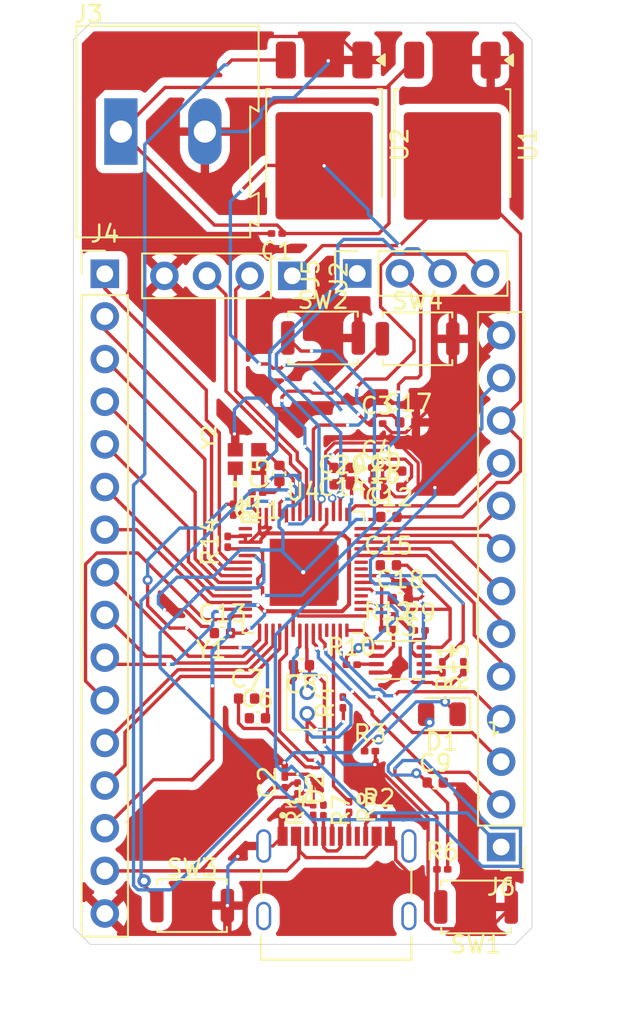
<source format=kicad_pcb>
(kicad_pcb (version 20241229) (generator "pcbnew") (generator_version "9.0")
  (layers (0 "F.Cu" signal) (2 "B.Cu" signal) (13 "F.Paste" user) (15 "B.Paste" user) (5 "F.SilkS" user "F.Silkscreen") (7 "B.SilkS" user "B.Silkscreen") (1 "F.Mask" user) (3 "B.Mask" user) (25 "Edge.Cuts" user))
  (net 0 "")
  (net 1 "GND")
  (net 2 "Net-(J3-Pin_1)")
  (net 3 "VBUS")
  (net 4 "+3V3")
  (net 5 "XIN")
  (net 6 "Net-(C6-Pad2)")
  (net 7 "Net-(C7-Pad1)")
  (net 8 "XTAL_32K_N")
  (net 9 "Net-(D1-K)")
  (net 10 "USBD-")
  (net 11 "Net-(J1-CC1)")
  (net 12 "USBD+")
  (net 13 "Net-(J1-CC2)")
  (net 14 "RXD")
  (net 15 "TXD")
  (net 16 "SCL")
  (net 17 "IO6")
  (net 18 "IO11")
  (net 19 "IO9")
  (net 20 "IO7")
  (net 21 "IO2")
  (net 22 "SDA")
  (net 23 "IO4")
  (net 24 "IO5")
  (net 25 "IO1")
  (net 26 "IO8")
  (net 27 "IO10")
  (net 28 "IO3")
  (net 29 "MTDO")
  (net 30 "MTCK")
  (net 31 "MTDI")
  (net 32 "MTMS")
  (net 33 "IO17")
  (net 34 "IO15")
  (net 35 "IO13")
  (net 36 "IO19")
  (net 37 "IO21")
  (net 38 "IO16")
  (net 39 "IO20")
  (net 40 "IO18")
  (net 41 "IO14")
  (net 42 "IO12")
  (net 43 "XTAL_32K_P")
  (net 44 "XOUT")
  (net 45 "Net-(U4-GPIO0)")
  (net 46 "Net-(U4-GPIO19{slash}USB_D-)")
  (net 47 "Net-(U4-GPIO20{slash}USB_D+)")
  (net 48 "Net-(U4-SPIHD)")
  (net 49 "SPIHD")
  (net 50 "Net-(U4-SPIWP)")
  (net 51 "SPIWP")
  (net 52 "Net-(U4-SPICLK)")
  (net 53 "SPICLK")
  (net 54 "Net-(U4-SPIQ)")
  (net 55 "SPIQ")
  (net 56 "SPID")
  (net 57 "Net-(U4-SPID)")
  (net 58 "Net-(U4-CHIP_PU)")
  (net 59 "Net-(U4-GPIO45)")
  (net 60 "Net-(U4-GPIO46)")
  (net 61 "SPICS1")
  (net 66 "Net-(D2-K)")
  (footprint "Capacitor_SMD:C_0402_1005Metric" (layer "F.Cu") (at 130.75 102.18)
    (property "Reference" "C15")
    (property "Value" "0.1uF")
  )
  (footprint "Resistor_SMD:R_0201_0603Metric" (layer "F.Cu") (at 130.18 117.1)
    (property "Reference" "R2")
    (property "Value" "5.1k")
  )
  (footprint "Capacitor_SMD:C_0402_1005Metric" (layer "F.Cu") (at 131.52 97.05 90)
    (property "Reference" "C19")
    (property "Value" "0.1uF")
  )
  (footprint "Capacitor_SMD:C_0402_1005Metric" (layer "F.Cu") (at 128 97.36)
    (property "Reference" "C20")
    (property "Value" "1uF")
  )
  (footprint "Package_SON:Winbond_USON-8-1EP_3x2mm_P0.5mm_EP0.2x1.6mm" (layer "F.Cu") (at 131.455 107.82)
    (property "Reference" "U3")
    (property "Value" "APS6404L-3SQRx-ZR")
  )
  (footprint "Button_Switch_SMD:SW_Push_SPST_NO_Alps_SKRK" (layer "F.Cu") (at 126.86 88.64)
    (property "Reference" "SW2")
    (property "Value" "SW_Push_45deg")
  )
  (footprint "Capacitor_SMD:C_0201_0603Metric" (layer "F.Cu") (at 124.58 115.11 90)
    (property "Reference" "C2")
    (property "Value" "10uF")
  )
  (footprint "TYPE-C-31-M-12:HRO_TYPE-C-31-M-12" (layer "F.Cu") (at 127.65 123.07)
    (property "Reference" "J1")
    (property "Value" "USB_C_Receptacle_USB2.0_14P")
  )
  (footprint "Capacitor_SMD:C_0201_0603Metric" (layer "F.Cu") (at 122.945 97.85 180)
    (property "Reference" "C11")
    (property "Value" "10uF")
  )
  (footprint "CX2016DB40000D0FLJCC:OSC_CX2016DB40000D0FLJCC" (layer "F.Cu") (at 122.33 95.85 90)
    (property "Reference" "Y2")
    (property "Value" "40 MHz")
  )
  (footprint "Capacitor_SMD:C_0402_1005Metric" (layer "F.Cu") (at 127.99 96.38 180)
    (property "Reference" "C14")
    (property "Value" "1uF")
  )
  (footprint "Package_TO_SOT_SMD:TO-252-2" (layer "F.Cu") (at 126.925 77.125 -90)
    (property "Reference" "U2")
    (property "Value" "NCP1117-3.3_TO252")
  )
  (footprint "Resistor_SMD:R_0201_0603Metric" (layer "F.Cu") (at 129.655 113.25)
    (property "Reference" "R3")
    (property "Value" "440")
  )
  (footprint "Resistor_SMD:R_0201_0603Metric" (layer "F.Cu") (at 128.04 110.35 90)
    (property "Reference" "R4")
    (property "Value" "200")
  )
  (footprint "Resistor_SMD:R_0201_0603Metric" (layer "F.Cu") (at 121.18 100.78 90)
    (property "Reference" "R14")
    (property "Value" "10k")
  )
  (footprint "Capacitor_SMD:C_0402_1005Metric" (layer "F.Cu") (at 130.04 97.95755)
    (property "Reference" "C16")
    (property "Value" "10nF")
  )
  (footprint "Button_Switch_SMD:SW_Push_SPST_NO_Alps_SKRK" (layer "F.Cu") (at 132.49 88.69)
    (property "Reference" "SW4")
    (property "Value" "SW_Push")
  )
  (footprint "Capacitor_SMD:C_0201_0603Metric" (layer "F.Cu") (at 124.105 82.42 180)
    (property "Reference" "C1")
    (property "Value" "10uF")
  )
  (footprint "Capacitor_SMD:C_0201_0603Metric" (layer "F.Cu") (at 130.09 93.74)
    (property "Reference" "C3")
    (property "Value" "10uF")
  )
  (footprint "Capacitor_SMD:C_0402_1005Metric" (layer "F.Cu") (at 122.305 110.12)
    (property "Reference" "C7")
    (property "Value" "12pF")
  )
  (footprint "Capacitor_SMD:C_0201_0603Metric" (layer "F.Cu") (at 130.1 97.11)
    (property "Reference" "C10")
    (property "Value" "10uF")
  )
  (footprint "Resistor_SMD:R_0201_0603Metric" (layer "F.Cu") (at 126.27 116.76 90)
    (property "Reference" "R1")
    (property "Value" "5.1k")
  )
  (footprint "Diode_SMD:D_0201_0603Metric" (layer "F.Cu") (at 125.34 115.475 -90)
    (property "Reference" "D2")
    (property "Value" "D")
  )
  (footprint "Button_Switch_SMD:SW_Push_SPST_NO_Alps_SKRK" (layer "F.Cu") (at 135.97 122.53 180)
    (property "Reference" "SW1")
    (property "Value" "SW_Push_45deg")
  )
  (footprint "Package_TO_SOT_SMD:TO-252-2" (layer "F.Cu") (at 134.565 77.135 -90)
    (property "Reference" "U1")
    (property "Value" "NCP1117-3.3_TO252")
  )
  (footprint "Connector_PinSocket_2.54mm:PinSocket_1x04_P2.54mm_Vertical" (layer "F.Cu") (at 125.03 84.94 -90)
    (property "Reference" "J2")
    (property "Value" "Conn_01x04_Socket")
  )
  (footprint "Connector_PinHeader_2.54mm:PinHeader_1x13_P2.54mm_Vertical" (layer "F.Cu") (at 137.47 118.96 180)
    (property "Reference" "J6")
    (property "Value" "Conn_01x13_Pin")
  )
  (footprint "Button_Switch_SMD:SW_Push_SPST_NO_Alps_SKRK" (layer "F.Cu") (at 119.06 122.45)
    (property "Reference" "SW3")
    (property "Value" "SW_Push")
  )
  (footprint "Resistor_SMD:R_0201_0603Metric" (layer "F.Cu") (at 132.615 106.06)
    (property "Reference" "R9")
    (property "Value" "0")
  )
  (footprint "Resistor_SMD:R_0201_0603Metric" (layer "F.Cu") (at 126.88 116.78 -90)
    (property "Reference" "R7")
    (property "Value" "22")
  )
  (footprint "Connector_PinHeader_2.54mm:PinHeader_1x16_P2.54mm_Vertical" (layer "F.Cu") (at 113.86 84.82)
    (property "Reference" "J4")
    (property "Value" "Conn_01x16_Pin")
  )
  (footprint "Resistor_SMD:R_0201_0603Metric" (layer "F.Cu") (at 133.965 120.29)
    (property "Reference" "R6")
    (property "Value" "10k")
  )
  (footprint "Capacitor_SMD:C_0402_1005Metric" (layer "F.Cu") (at 131.91 93.67)
    (property "Reference" "C17")
    (property "Value" "0.1uF")
  )
  (footprint "Capacitor_SMD:C_0402_1005Metric" (layer "F.Cu") (at 130.78 99.3)
    (property "Reference" "C12")
    (property "Value" "1uF")
  )
  (footprint "Resistor_SMD:R_0201_0603Metric" (layer "F.Cu") (at 121.51 98.865 -90)
    (property "Reference" "R5")
    (property "Value" "1k")
  )
  (footprint "Package_DFN_QFN:QFN-56-1EP_7x7mm_P0.4mm_EP4x4mm" (layer "F.Cu") (at 125.68 102.6)
    (property "Reference" "U4")
    (property "Value" "ESP32-S3")
  )
  (footprint "Connector_PinSocket_2.54mm:PinSocket_1x04_P2.54mm_Vertical" (layer "F.Cu") (at 128.895 84.8 90)
    (property "Reference" "J5")
    (property "Value" "Conn_01x04_Socket")
  )
  (footprint "Capacitor_SMD:C_0402_1005Metric" (layer "F.Cu") (at 124.26 96.71 90)
    (property "Reference" "C5")
    (property "Value" "12pF")
  )
  (footprint "Capacitor_SMD:C_0402_1005Metric" (layer "F.Cu") (at 122.95 111.29)
    (property "Reference" "C6")
    (property "Value" "12pF")
  )
  (footprint "Resistor_SMD:R_0201_0603Metric" (layer "F.Cu") (at 133.97 108.255 -90)
    (property "Reference" "R13")
    (property "Value" "0")
  )
  (footprint "Resistor_SMD:R_0201_0603Metric" (layer "F.Cu") (at 128.57 108.1)
    (property "Reference" "R10")
    (property "Value" "0")
  )
  (footprint "LED_SMD:LED_0805_2012Metric" (layer "F.Cu") (at 133.94 111.05 180)
    (property "Reference" "D1")
    (property "Value" "LED")
  )
  (footprint "Capacitor_SMD:C_0402_1005Metric" (layer "F.Cu") (at 125.57 108.13 180)
    (property "Reference" "C8")
    (property "Value" "12pF")
  )
  (footprint "AB38T_32_768KHZ:XTAL_AB38T-32.768KHZ" (layer "F.Cu") (at 125.91 110.385)
    (property "Reference" "Y1")
    (property "Value" "32.768kHz")
  )
  (footprint "Resistor_SMD:R_0201_0603Metric" (layer "F.Cu") (at 130.73 105.98)
    (property "Reference" "R12")
    (property "Value" "0")
  )
  (footprint "TerminalBlock:TerminalBlock_Altech_AK300-2_P5.00mm" (layer "F.Cu") (at 114.82 76.35)
    (property "Reference" "J3")
    (property "Value" "Screw_Terminal_01x02")
  )
  (footprint "Resistor_SMD:R_0201_0603Metric" (layer "F.Cu") (at 135.22 108.25 90)
    (property "Reference" "R11")
    (property "Value" "0")
  )
  (footprint "Capacitor_SMD:C_0402_1005Metric" (layer "F.Cu") (at 120.87 106.22)
    (property "Reference" "C13")
    (property "Value" "0.1uF")
  )
  (footprint "Capacitor_SMD:C_0402_1005Metric" (layer "F.Cu") (at 133.54 115.12)
    (property "Reference" "C9")
    (property "Value" "1uF")
  )
  (footprint "Capacitor_SMD:C_0201_0603Metric" (layer "F.Cu") (at 130.09 96.36)
    (property "Reference" "C4")
    (property "Value" "10uF")
  )
  (footprint "Capacitor_SMD:C_0402_1005Metric" (layer "F.Cu") (at 131.46 104.19)
    (property "Reference" "C18")
    (property "Value" "0.1uF")
  )
  (footprint "Resistor_SMD:R_0201_0603Metric" (layer "F.Cu") (at 128.41 116.58 -90)
    (property "Reference" "R8")
    (property "Value" "22")
  )
  (gr_line (start 111.99 123.76) (end 111.99 70.88) (stroke (width 0.05)) (layer "Edge.Cuts"))
  (gr_line (start 139.31 123.76) (end 138.31 124.76) (stroke (width 0.05)) (layer "Edge.Cuts"))
  (gr_line (start 111.99 123.76) (end 112.99 124.76) (stroke (width 0.05)) (layer "Edge.Cuts"))
  (gr_line (start 138.31 69.88) (end 112.99 69.88) (stroke (width 0.05)) (layer "Edge.Cuts"))
  (gr_line (start 139.31 70.88) (end 138.31 69.88) (stroke (width 0.05)) (layer "Edge.Cuts"))
  (gr_line (start 111.99 70.88) (end 112.99 69.88) (stroke (width 0.05)) (layer "Edge.Cuts"))
  (gr_line (start 138.31 124.76) (end 112.99 124.76) (stroke (width 0.05)) (layer "Edge.Cuts"))
  (gr_line (start 139.31 123.76) (end 139.31 70.88) (stroke (width 0.05)) (layer "Edge.Cuts"))
  (via (at 126.22 91.18) (size 0.25) (drill 0.25) (layers "F.Cu" "B.Cu") (net 0))
  (via (at 128.06 93.05) (size 0.25) (drill 0.25) (layers "F.Cu" "B.Cu") (net 0))
  (segment (start 127.85 92.81) (end 127.85 92.85) (width 0.19) (layer "B.Cu") (net 0))
  (segment (start 126.22 91.18) (end 127.85 92.81) (width 0.19) (layer "B.Cu") (net 0))
  (segment (start 127.86 92.85) (end 128.06 93.05) (width 0.19) (layer "B.Cu") (net 0))
  (segment (start 127.85 92.85) (end 127.86 92.85) (width 0.19) (layer "B.Cu") (net 0))
  (segment (start 119.6259 105.821) (end 118.6349 104.83) (width 0.2) (layer "F.Cu") (net 1))
  (segment (start 127.014 95.42526) (end 127.54526 94.894) (width 0.19) (layer "F.Cu") (net 1))
  (segment (start 130.42 97.85755) (end 130.52 97.95755) (width 0.2) (layer "F.Cu") (net 1))
  (segment (start 123.265 97.865) (end 123.265 97.85) (width 0.2) (layer "F.Cu") (net 1))
  (segment (start 127.54526 94.894) (end 131.341578 94.894) (width 0.19) (layer "F.Cu") (net 1))
  (segment (start 131.94 104.19) (end 132.61 104.19) (width 0.19) (layer "F.Cu") (net 1))
  (segment (start 129.95 114.05) (end 133.114 117.214) (width 0.2) (layer "F.Cu") (net 1))
  (segment (start 132.527 96.079422) (end 132.527 97.453478) (width 0.19) (layer "F.Cu") (net 1))
  (segment (start 123.87 118.9) (end 124.45 118.32) (width 0.19) (layer "F.Cu") (net 1))
  (segment (start 129.205 72.085) (end 127.215 72.085) (width 0.2) (layer "F.Cu") (net 1))
  (segment (start 131.874478 98.106) (end 131.165522 98.106) (width 0.19) (layer "F.Cu") (net 1))
  (segment (start 120.39 106.191) (end 120.39 106.22) (width 0.2) (layer "F.Cu") (net 1))
  (segment (start 123.29 97.84) (end 123.265 97.865) (width 0.2) (layer "F.Cu") (net 1))
  (segment (start 125.09 108.21) (end 125.55 108.67) (width 0.2) (layer "F.Cu") (net 1))
  (segment (start 123.325 118.9) (end 123.87 118.9) (width 0.19) (layer "F.Cu") (net 1))
  (segment (start 125.241 92.509) (end 133.441 92.509) (width 0.2) (layer "F.Cu") (net 1))
  (segment (start 126.94 109.18) (end 126.94 112.88) (width 0.2) (layer "F.Cu") (net 1))
  (segment (start 123.51 92.63) (end 123.73 92.85) (width 0.2) (layer "F.Cu") (net 1))
  (segment (start 136.769 123.831) (end 138.07 122.53) (width 0.2) (layer "F.Cu") (net 1))
  (segment (start 125.974 114.624) (end 126.27 114.92) (width 0.2) (layer "F.Cu") (net 1))
  (segment (start 123.73 92.85) (end 124.9 92.85) (width 0.2) (layer "F.Cu") (net 1))
  (segment (start 130.27 102.24) (end 131.94 103.91) (width 0.19) (layer "F.Cu") (net 1))
  (segment (start 124.55 113.94) (end 124.55 114.76) (width 0.2) (layer "F.Cu") (net 1))
  (segment (start 127.014 95.884) (end 127.014 95.42526) (width 0.19) (layer "F.Cu") (net 1))
  (segment (start 133.456936 123.831) (end 132.97 123.344064) (width 0.2) (layer "F.Cu") (net 1))
  (segment (start 120.02 105.821) (end 120.39 106.191) (width 0.2) (layer "F.Cu") (net 1))
  (segment (start 130.41 97.1) (end 130.42 97.11) (width 0.2) (layer "F.Cu") (net 1))
  (segment (start 132.67 104.32) (end 132.54 104.19) (width 0.2) (layer "F.Cu") (net 1))
  (segment (start 131.165522 98.106) (end 130.41 97.350478) (width 0.19) (layer "F.Cu") (net 1))
  (segment (start 130.15 99.45) (end 130.3 99.3) (width 0.2) (layer "F.Cu") (net 1))
  (segment (start 118.6349 104.83) (end 117.42 104.83) (width 0.2) (layer "F.Cu") (net 1))
  (segment (start 131.31 96.36) (end 131.52 96.57) (width 0.2) (layer "F.Cu") (net 1))
  (segment (start 119.6259 105.821) (end 120.02 105.821) (width 0.2) (layer "F.Cu") (net 1))
  (segment (start 133.52 97.55) (end 133.33 97.36) (width 0.19) (layer "F.Cu") (net 1))
  (segment (start 123.96 97.84) (end 123.29 97.84) (width 0.2) (layer "F.Cu") (net 1))
  (segment (start 130.85 117.45) (end 130.5 117.1) (width 0.2) (layer "F.Cu") (net 1))
  (segment (start 131.779 94.281) (end 132.39 93.67) (width 0.2) (layer "F.Cu") (net 1))
  (segment (start 122.4 118.9) (end 121.78 119.52) (width 0.19) (layer "F.Cu") (net 1))
  (segment (start 132.320239 97.660239) (end 131.874478 98.106) (width 0.19) (layer "F.Cu") (net 1))
  (segment (start 129.975 113.25) (end 129.975 114.025) (width 0.2) (layer "F.Cu") (net 1))
  (segment (start 124.26 97.19) (end 124.26 97.54) (width 0.19) (layer "F.Cu") (net 1))
  (segment (start 128.56 98.09) (end 128.56 97.62755) (width 0.2) (layer "F.Cu") (net 1))
  (segment (start 124.45 116.58) (end 124.45 118.32) (width 0.2) (layer "F.Cu") (net 1))
  (segment (start 125.09 108.13) (end 125.09 108.21) (width 0.2) (layer "F.Cu") (net 1))
  (segment (start 131.341578 94.894) (end 132.527 96.079422) (width 0.19) (layer "F.Cu") (net 1))
  (segment (start 133.114 117.214) (end 133.114 123.488064) (width 0.2) (layer "F.Cu") (net 1))
  (segment (start 121.58 94.36) (end 121.58 95.25) (width 0.2) (layer "F.Cu") (net 1))
  (segment (start 131.455 107.82) (end 130.705 108.57) (width 0.2) (layer "F.Cu") (net 1))
  (segment (start 126.27 116.44) (end 124.59 116.44) (width 0.2) (layer "F.Cu") (net 1))
  (segment (start 130.27 102.18) (end 130.27 102.24) (width 0.19) (layer "F.Cu") (net 1))
  (segment (start 124.55 114.76) (end 124.58 114.79) (width 0.2) (layer "F.Cu") (net 1))
  (segment (start 126.62 108.86) (end 126.94 109.18) (width 0.2) (layer "F.Cu") (net 1))
  (segment (start 133.456936 123.831) (end 136.769 123.831) (width 0.2) (layer "F.Cu") (net 1))
  (segment (start 124.9 92.85) (end 125 92.85) (width 0.2) (layer "F.Cu") (net 1))
  (segment (start 132.97 123.344064) (end 132.97 121.507074) (width 0.2) (layer "F.Cu") (net 1))
  (segment (start 123.265 96.635) (end 123.265 97.85) (width 0.2) (layer "F.Cu") (net 1))
  (segment (start 131.191 118.661) (end 130.85 118.32) (width 0.2) (layer "F.Cu") (net 1))
  (segment (start 133.33 97.36) (end 132.620478 97.36) (width 0.19) (layer "F.Cu") (net 1))
  (segment (start 117.41 84.94) (end 119.93 82.42) (width 0.2) (layer "F.Cu") (net 1))
  (segment (start 127.51 96.38) (end 127.014 95.884) (width 0.19) (layer "F.Cu") (net 1))
  (segment (start 124.26 97.54) (end 123.96 97.84) (width 0.19) (layer "F.Cu") (net 1))
  (segment (start 132.527 97.453478) (end 132.320239 97.660239) (width 0.19) (layer "F.Cu") (net 1))
  (segment (start 129.205 72.085) (end 127.804 70.684) (width 0.2) (layer "F.Cu") (net 1))
  (segment (start 130.85 118.32) (end 130.85 117.45) (width 0.2) (layer "F.Cu") (net 1))
  (segment (start 127.215 72.085) (end 127.17 72.13) (width 0.2) (layer "F.Cu") (net 1))
  (segment (start 124.58 114.79) (end 124.746 114.624) (width 0.2) (layer "F.Cu") (net 1))
  (segment (start 127.804 70.684) (end 116.914 70.684) (width 0.2) (layer "F.Cu") (net 1))
  (segment (start 112.8 80.33) (end 117.41 84.94) (width 0.2) (layer "F.Cu") (net 1))
  (segment (start 126.27 114.92) (end 126.27 116.44) (width 0.2) (layer "F.Cu") (net 1))
  (segment (start 124.746 114.624) (end 125.974 114.624) (width 0.2) (layer "F.Cu") (net 1))
  (segment (start 129.47 99.45) (end 130.15 99.45) (width 0.2) (layer "F.Cu") (net 1))
  (segment (start 121.58 95.25) (end 121.63 95.3) (width 0.2) (layer "F.Cu") (net 1))
  (segment (start 116.914 70.684) (end 112.8 74.798) (width 0.2) (layer "F.Cu") (net 1))
  (segment (start 132.97 121.507074) (end 131.191 119.728074) (width 0.2) (layer "F.Cu") (net 1))
  (segment (start 130.41 97.350478) (end 130.41 96.36) (width 0.19) (layer "F.Cu") (net 1))
  (segment (start 130.705 108.57) (end 130.03 108.57) (width 0.2) (layer "F.Cu") (net 1))
  (segment (start 131.94 103.91) (end 131.94 104.19) (width 0.19) (layer "F.Cu") (net 1))
  (segment (start 133.114 123.488064) (end 133.456936 123.831) (width 0.2) (layer "F.Cu") (net 1))
  (segment (start 129.975 114.025) (end 129.95 114.05) (width 0.2) (layer "F.Cu") (net 1))
  (segment (start 132.620478 97.36) (end 132.320239 97.660239) (width 0.19) (layer "F.Cu") (net 1))
  (segment (start 123.265 97.85) (end 123.265 97.555) (width 0.2) (layer "F.Cu") (net 1))
  (segment (start 132.39 93.67) (end 133.441 92.619) (width 0.2) (layer "F.Cu") (net 1))
  (segment (start 130.42 97.11) (end 130.42 97.85755) (width 0.2) (layer "F.Cu") (net 1))
  (segment (start 130.41 93.74) (end 130.951 94.281) (width 0.2) (layer "F.Cu") (net 1))
  (segment (start 124.59 116.44) (end 124.45 116.58) (width 0.2) (layer "F.Cu") (net 1))
  (segment (start 130.951 94.281) (end 131.779 94.281) (width 0.2) (layer "F.Cu") (net 1))
  (segment (start 130.41 96.36) (end 130.41 97.1) (width 0.2) (layer "F.Cu") (net 1))
  (segment (start 123.325 118.9) (end 122.4 118.9) (width 0.19) (layer "F.Cu") (net 1))
  (segment (start 132.61 104.19) (end 132.9 103.9) (width 0.19) (layer "F.Cu") (net 1))
  (segment (start 132.54 104.19) (end 131.94 104.19) (width 0.2) (layer "F.Cu") (net 1))
  (segment (start 112.8 74.798) (end 112.8 80.33) (width 0.2) (layer "F.Cu") (net 1))
  (segment (start 123.265 97.555) (end 123.65 97.17) (width 0.2) (layer "F.Cu") (net 1))
  (segment (start 133.441 92.619) (end 133.441 92.509) (width 0.2) (layer "F.Cu") (net 1))
  (segment (start 123.03 96.4) (end 123.265 96.635) (width 0.2) (layer "F.Cu") (net 1))
  (segment (start 119.93 82.42) (end 123.785 82.42) (width 0.2) (layer "F.Cu") (net 1))
  (segment (start 124.9 92.85) (end 125.241 92.509) (width 0.2) (layer "F.Cu") (net 1))
  (segment (start 130.41 96.36) (end 131.31 96.36) (width 0.2) (layer "F.Cu") (net 1))
  (segment (start 131.191 119.728074) (end 131.191 118.661) (width 0.2) (layer "F.Cu") (net 1))
  (segment (start 133.441 92.509) (end 137.47 88.48) (width 0.2) (layer "F.Cu") (net 1))
  (via (at 126.62 108.86) (size 0.2) (drill 0.2) (layers "F.Cu" "B.Cu") (net 1))
  (via (at 132.67 104.32) (size 0.2) (drill 0.2) (layers "F.Cu" "B.Cu") (net 1))
  (via (at 121.16 122.45) (size 0.2) (drill 0.2) (layers "F.Cu" "B.Cu") (net 1))
  (via (at 128.56 98.09) (size 0.2) (drill 0.2) (layers "F.Cu" "B.Cu") (net 1))
  (via (at 123.65 97.17) (size 0.2) (drill 0.2) (layers "F.Cu" "B.Cu") (net 1))
  (via (at 132.9 103.9) (size 0.2) (drill 0.2) (layers "F.Cu" "B.Cu") (net 1))
  (via (at 121.58 94.36) (size 0.2) (drill 0.2) (layers "F.Cu" "B.Cu") (net 1))
  (via (at 129.95 114.05) (size 0.2) (drill 0.2) (layers "F.Cu" "B.Cu") (net 1))
  (via (at 126.94 112.88) (size 0.2) (drill 0.2) (layers "F.Cu" "B.Cu") (net 1))
  (via (at 121.78 119.52) (size 0.2) (drill 0.2) (layers "F.Cu" "B.Cu") (net 1))
  (via (at 123.51 92.63) (size 0.2) (drill 0.2) (layers "F.Cu" "B.Cu") (net 1))
  (via (at 117.42 104.83) (size 0.2) (drill 0.2) (layers "F.Cu" "B.Cu") (net 1))
  (via (at 125.55 108.67) (size 0.2) (drill 0.2) (layers "F.Cu" "B.Cu") (net 1))
  (via (at 127.17 72.13) (size 0.2) (drill 0.2) (layers "F.Cu" "B.Cu") (net 1))
  (via (at 123.03 96.4) (size 0.2) (drill 0.2) (layers "F.Cu" "B.Cu") (net 1))
  (via (at 129.47 99.45) (size 0.2) (drill 0.2) (layers "F.Cu" "B.Cu") (net 1))
  (via (at 133.52 97.55) (size 0.2) (drill 0.2) (layers "F.Cu" "B.Cu") (net 1))
  (via (at 124.55 113.94) (size 0.2) (drill 0.2) (layers "F.Cu" "B.Cu") (net 1))
  (via (at 125.68 102.6) (size 0.25) (drill 0.25) (layers "F.Cu" "B.Cu") (net 1))
  (segment (start 128.11 114.05) (end 129.95 114.05) (width 0.2) (layer "B.Cu") (net 1))
  (segment (start 121.58 92.9) (end 121.58 93.88) (width 0.2) (layer "B.Cu") (net 1))
  (segment (start 120.29 102.89) (end 121.91 101.27) (width 0.2) (layer "B.Cu") (net 1))
  (segment (start 124.47 99.302189) (end 124.47 98.917811) (width 0.2) (layer "B.Cu") (net 1))
  (segment (start 122.31 76.35) (end 123.16 75.5) (width 0.2) (layer "B.Cu") (net 1))
  (segment (start 125.13 74.33) (end 127.17 72.29) (width 0.2) (layer "B.Cu") (net 1))
  (segment (start 125.672 97.411971) (end 125.481 97.220972) (width 0.2) (layer "B.Cu") (net 1))
  (segment (start 121.78 119.52) (end 121.19 120.11) (width 0.19) (layer "B.Cu") (net 1))
  (segment (start 123.99 96.83) (end 123.65 97.17) (width 0.2) (layer "B.Cu") (net 1))
  (segment (start 125.672 98.138768) (end 125.672 97.411971) (width 0.2) (layer "B.Cu") (net 1))
  (segment (start 117.05 104.46) (end 117.05 104) (width 0.2) (layer "B.Cu") (net 1))
  (segment (start 124.1 93.22) (end 124.1 95.33) (width 0.2) (layer "B.Cu") (net 1))
  (segment (start 123.16 75.5) (end 123.16 75.09) (width 0.2) (layer "B.Cu") (net 1))
  (segment (start 128.56 98.47) (end 128.45 98.58) (width 0.2) (layer "B.Cu") (net 1))
  (segment (start 121.19 120.11) (end 121.19 122.42) (width 0.19) (layer "B.Cu") (net 1))
  (segment (start 121.19 122.42) (end 121.16 122.45) (width 0.19) (layer "B.Cu") (net 1))
  (segment (start 126.62 108.86) (end 126.43 108.67) (width 0.2) (layer "B.Cu") (net 1))
  (segment (start 124.47 101.39) (end 124.47 100.137811) (width 0.2) (layer "B.Cu") (net 1))
  (segment (start 129.684 101.866) (end 129.684 103.02474) (width 0.19) (layer "B.Cu") (net 1))
  (segment (start 124.239 99.533189) (end 124.47 99.302189) (width 0.2) (layer "B.Cu") (net 1))
  (segment (start 128.531 113.339) (end 125.151 113.339) (width 0.2) (layer "B.Cu") (net 1))
  (segment (start 128.56 98.09) (end 128.56 98.47) (width 0.2) (layer "B.Cu") (net 1))
  (segment (start 129.684 103.02474) (end 129.94526 103.286) (width 0.19) (layer "B.Cu") (net 1))
  (segment (start 124.47 98.917811) (end 124.751811 98.636) (width 0.2) (layer "B.Cu") (net 1))
  (segment (start 123.16 75.09) (end 123.92 74.33) (width 0.2) (layer "B.Cu") (net 1))
  (segment (start 132.286 103.286) (end 132.9 103.9) (width 0.19) (layer "B.Cu") (net 1))
  (segment (start 123.92 74.33) (end 125.13 74.33) (width 0.2) (layer "B.Cu") (net 1))
  (segment (start 126.43 108.67) (end 125.55 108.67) (width 0.2) (layer "B.Cu") (net 1))
  (segment (start 128.83 99.45) (end 128.45 99.83) (width 0.2) (layer "B.Cu") (net 1))
  (segment (start 133.52 97.55) (end 133.52 98.03) (width 0.19) (layer "B.Cu") (net 1))
  (segment (start 124.1 95.33) (end 123.03 96.4) (width 0.2) (layer "B.Cu") (net 1))
  (segment (start 125.481 97.143189) (end 125.293906 96.956094) (width 0.2) (layer "B.Cu") (net 1))
  (segment (start 125.293906 96.956094) (end 125.42 96.83) (width 0.2) (layer "B.Cu") (net 1))
  (segment (start 125.42 96.83) (end 123.99 96.83) (width 0.2) (layer "B.Cu") (net 1))
  (segment (start 123.51 92.63) (end 123.1 92.22) (width 0.2) (layer "B.Cu") (net 1))
  (segment (start 128.45 98.58) (end 128.45 99.83) (width 0.2) (layer "B.Cu") (net 1))
  (segment (start 117.42 104.83) (end 117.05 104.46) (width 0.2) (layer "B.Cu") (net 1))
  (segment (start 124.239 99.906811) (end 124.239 99.533189) (width 0.2) (layer "B.Cu") (net 1))
  (segment (start 121.91 101.27) (end 124.35 101.27) (width 0.2) (layer "B.Cu") (net 1))
  (segment (start 119.82 76.35) (end 122.31 76.35) (width 0.2) (layer "B.Cu") (net 1))
  (segment (start 128.45 99.83) (end 125.68 102.6) (width 0.2) (layer "B.Cu") (net 1))
  (segment (start 123.1 92.22) (end 122.26 92.22) (width 0.2) (layer "B.Cu") (net 1))
  (segment (start 132.67 104.32) (end 132.84 104.49) (width 0.2) (layer "B.Cu") (net 1))
  (segment (start 124.751811 98.636) (end 125.174768 98.636) (width 0.2) (layer "B.Cu") (net 1))
  (segment (start 129.47 99.45) (end 128.83 99.45) (width 0.2) (layer "B.Cu") (net 1))
  (segment (start 121.58 93.88) (end 121.58 94.36) (width 0.2) (layer "B.Cu") (net 1))
  (segment (start 123.51 92.63) (end 124.1 93.22) (width 0.2) (layer "B.Cu") (net 1))
  (segment (start 129.94526 103.286) (end 132.286 103.286) (width 0.19) (layer "B.Cu") (net 1))
  (segment (start 132.84 104.49) (end 132.84 109.03) (width 0.2) (layer "B.Cu") (net 1))
  (segment (start 125.68 102.6) (end 124.47 101.39) (width 0.2) (layer "B.Cu") (net 1))
  (segment (start 124.47 100.137811) (end 124.239 99.906811) (width 0.2) (layer "B.Cu") (net 1))
  (segment (start 125.481 97.220972) (end 125.481 97.143189) (width 0.2) (layer "B.Cu") (net 1))
  (segment (start 118.16 102.89) (end 120.29 102.89) (width 0.2) (layer "B.Cu") (net 1))
  (segment (start 124.35 101.27) (end 125.68 102.6) (width 0.2) (layer "B.Cu") (net 1))
  (segment (start 125.174768 98.636) (end 125.672 98.138768) (width 0.2) (layer "B.Cu") (net 1))
  (segment (start 127.17 72.29) (end 127.17 72.13) (width 0.2) (layer "B.Cu") (net 1))
  (segment (start 133.52 98.03) (end 129.684 101.866) (width 0.19) (layer "B.Cu") (net 1))
  (segment (start 125.151 113.339) (end 124.55 113.94) (width 0.2) (layer "B.Cu") (net 1))
  (segment (start 126.94 112.88) (end 128.11 114.05) (width 0.2) (layer "B.Cu") (net 1))
  (segment (start 132.84 109.03) (end 128.531 113.339) (width 0.2) (layer "B.Cu") (net 1))
  (segment (start 117.05 104) (end 118.16 102.89) (width 0.2) (layer "B.Cu") (net 1))
  (segment (start 122.26 92.22) (end 121.58 92.9) (width 0.2) (layer "B.Cu") (net 1))
  (segment (start 124.123999 81.919) (end 124.425 82.220001) (width 0.2) (layer "F.Cu") (net 2))
  (segment (start 120.389 81.919) (end 124.123999 81.919) (width 0.2) (layer "F.Cu") (net 2))
  (segment (start 124.425 82.42) (end 130.18 82.42) (width 0.2) (layer "F.Cu") (net 2))
  (segment (start 114.82 76.35) (end 117.45 73.72) (width 0.2) (layer "F.Cu") (net 2))
  (segment (start 124.425 82.220001) (end 124.425 82.42) (width 0.2) (layer "F.Cu") (net 2))
  (segment (start 130.18 82.42) (end 130.79 81.81) (width 0.2) (layer "F.Cu") (net 2))
  (segment (start 130.79 73.59) (end 132.285 72.095) (width 0.2) (layer "F.Cu") (net 2))
  (segment (start 117.45 73.72) (end 130.66 73.72) (width 0.2) (layer "F.Cu") (net 2))
  (segment (start 130.66 73.72) (end 132.285 72.095) (width 0.2) (layer "F.Cu") (net 2))
  (segment (start 114.82 76.35) (end 120.389 81.919) (width 0.2) (layer "F.Cu") (net 2))
  (segment (start 130.79 81.81) (end 130.79 73.59) (width 0.2) (layer "F.Cu") (net 2))
  (segment (start 125.25 118.32) (end 125.411 118.481) (width 0.2) (layer "F.Cu") (net 3))
  (segment (start 125.34 115.795) (end 125.135 116) (width 0.2) (layer "F.Cu") (net 3))
  (segment (start 123.94 116) (end 119.56 120.38) (width 0.2) (layer "F.Cu") (net 3))
  (segment (start 125.605 115.795) (end 125.82 115.58) (width 0.2) (layer "F.Cu") (net 3))
  (segment (start 130.05 118.901) (end 129.359 119.592) (width 0.2) (layer "F.Cu") (net 3))
  (segment (start 125.449 119.191) (end 125.449 118.519) (width 0.2) (layer "F.Cu") (net 3))
  (segment (start 125.135 116) (end 123.94 116) (width 0.2) (layer "F.Cu") (net 3))
  (segment (start 125.85 119.592) (end 125.449 119.191) (width 0.2) (layer "F.Cu") (net 3))
  (segment (start 125.34 115.795) (end 125.605 115.795) (width 0.2) (layer "F.Cu") (net 3))
  (segment (start 130.05 118.32) (end 130.05 118.901) (width 0.2) (layer "F.Cu") (net 3))
  (segment (start 125.449 118.519) (end 125.25 118.32) (width 0.2) (layer "F.Cu") (net 3))
  (segment (start 125.411 118.481) (end 125.411 119.659653) (width 0.2) (layer "F.Cu") (net 3))
  (segment (start 129.359 119.592) (end 125.85 119.592) (width 0.2) (layer "F.Cu") (net 3))
  (segment (start 119.56 120.38) (end 113.86 120.38) (width 0.2) (layer "F.Cu") (net 3))
  (segment (start 125.411 119.659653) (end 124.690653 120.38) (width 0.2) (layer "F.Cu") (net 3))
  (segment (start 124.690653 120.38) (end 113.86 120.38) (width 0.2) (layer "F.Cu") (net 3))
  (via (at 125.82 115.58) (size 0.2) (drill 0.2) (layers "F.Cu" "B.Cu") (net 3))
  (segment (start 124.736811 114.391) (end 124.363189 114.391) (width 0.2) (layer "B.Cu") (net 3))
  (segment (start 124.978905 114.148905) (end 124.736811 114.391) (width 0.2) (layer "B.Cu") (net 3))
  (segment (start 124.02 113.674189) (end 124.02 106.33576) (width 0.2) (layer "B.Cu") (net 3))
  (segment (start 136.319 94.03676) (end 136.319 92.171) (width 0.2) (layer "B.Cu") (net 3))
  (segment (start 136.319 92.171) (end 137.47 91.02) (width 0.2) (layer "B.Cu") (net 3))
  (segment (start 125.82 115.58) (end 125.82 114.99) (width 0.2) (layer "B.Cu") (net 3))
  (segment (start 124.02 106.33576) (end 136.319 94.03676) (width 0.2) (layer "B.Cu") (net 3))
  (segment (start 124.363189 114.391) (end 124.099 114.126811) (width 0.2) (layer "B.Cu") (net 3))
  (segment (start 125.82 114.99) (end 124.978905 114.148905) (width 0.2) (layer "B.Cu") (net 3))
  (segment (start 124.099 114.126811) (end 124.099 113.753189) (width 0.2) (layer "B.Cu") (net 3))
  (segment (start 124.099 113.753189) (end 124.02 113.674189) (width 0.2) (layer "B.Cu") (net 3))
  (segment (start 128.001 100.279) (end 126.66 100.279) (width 0.24) (layer "F.Cu") (net 4))
  (segment (start 123.625 90.19) (end 123.88 90.445) (width 0.2) (layer "F.Cu") (net 4))
  (segment (start 123.39 100.4) (end 123.39 100.29) (width 0.2) (layer "F.Cu") (net 4))
  (segment (start 122.64 98.12) (end 122.625 98.105) (width 0.2) (layer "F.Cu") (net 4))
  (segment (start 123.359 100.279) (end 123.359 100.4) (width 0.24) (layer "F.Cu") (net 4))
  (segment (start 125.379 105.2) (end 125.08 104.901) (width 0.2) (layer "F.Cu") (net 4))
  (segment (start 128.122 100.4) (end 128.001 100.4) (width 0.24) (layer "F.Cu") (net 4))
  (segment (start 123.16 100.63) (end 123.39 100.4) (width 0.2) (layer "F.Cu") (net 4))
  (segment (start 131.86 102.18) (end 134.43 104.75) (width 0.2) (layer "F.Cu") (net 4))
  (segment (start 132.131 96.24345) (end 132.131 96.919) (width 0.2) (layer "F.Cu") (net 4))
  (segment (start 121.18 100.46) (end 122.17 100.46) (width 0.2) (layer "F.Cu") (net 4))
  (segment (start 124.53 90.27) (end 124.355 90.445) (width 0.2) (layer "F.Cu") (net 4))
  (segment (start 118.99 114.95) (end 119.07 114.95) (width 0.24) (layer "F.Cu") (net 4))
  (segment (start 130.11113 95.859) (end 131.74655 95.859) (width 0.2) (layer "F.Cu") (net 4))
  (segment (start 131.43 93.67) (end 130.999 93.239) (width 0.2) (layer "F.Cu") (net 4))
  (segment (start 125.08 104.901) (end 123.379 104.901) (width 0.2) (layer "F.Cu") (net 4))
  (segment (start 122.13 106.22) (end 122.43 105.92) (width 0.2) (layer "F.Cu") (net 4))
  (segment (start 122.625 98.105) (end 122.625 97.85) (width 0.2) (layer "F.Cu") (net 4))
  (segment (start 130.071001 93.239) (end 129.77 93.540001) (width 0.2) (layer "F.Cu") (net 4))
  (segment (start 126.905 78.365) (end 123.495 78.365) (width 0.2) (layer "F.Cu") (net 4))
  (segment (start 123.48 99.8) (end 123.48 99.15) (width 0.2) (layer "F.Cu") (net 4))
  (segment (start 134.379 104.801) (end 134.43 104.75) (width 0.2) (layer "F.Cu") (net 4))
  (segment (start 122.49 100.8) (end 123.08 100.21) (width 0.2) (layer "F.Cu") (net 4))
  (segment (start 125.08 106.05) (end 125.08 104.901) (width 0.2) (layer "F.Cu") (net 4))
  (segment (start 129.52 93.74) (end 128.97 93.19) (width 0.2) (layer "F.Cu") (net 4))
  (segment (start 123.16 100.8) (end 123.16 100.63) (width 0.2) (layer "F.Cu") (net 4))
  (segment (start 129.78 97.11) (end 129.78 96.19013) (width 0.2) (layer "F.Cu") (net 4))
  (segment (start 123.08 100.21) (end 123.08 99.94) (width 0.2) (layer "F.Cu") (net 4))
  (segment (start 129.77 93.74) (end 129.52 93.74) (width 0.2) (layer "F.Cu") (net 4))
  (segment (start 123.34 99.94) (end 123.48 99.8) (width 0.2) (layer "F.Cu") (net 4))
  (segment (start 128.409 104.513) (end 128.409 100.65) (width 0.24) (layer "F.Cu") (net 4))
  (segment (start 129.78 96.19013) (end 130.11113 95.859) (width 0.2) (layer "F.Cu") (net 4))
  (segment (start 123.359 100.4) (end 123.27 100.4) (width 0.24) (layer "F.Cu") (net 4))
  (segment (start 119.07 114.95) (end 120.27 113.75) (width 0.24) (layer "F.Cu") (net 4))
  (segment (start 137.47 93.56) (end 138.621 92.409) (width 0.2) (layer "F.Cu") (net 4))
  (segment (start 123.08 99.94) (end 123.34 99.94) (width 0.2) (layer "F.Cu") (net 4))
  (segment (start 129.78 97.11) (end 129.78 97.73755) (width 0.2) (layer "F.Cu") (net 4))
  (segment (start 132.51 114.57) (end 133.06 115.12) (width 0.19) (layer "F.Cu") (net 4))
  (segment (start 122.98 104.55) (end 123.34 104.91) (width 0.24) (layer "F.Cu") (net 4))
  (segment (start 126.74 100.05) (end 126.74 100.199) (width 0.2) (layer "F.Cu") (net 4))
  (segment (start 130.98 104.19) (end 131.591 104.801) (width 0.2) (layer "F.Cu") (net 4))
  (segment (start 128.409 100.65) (end 128.372 100.65) (width 0.24) (layer "F.Cu") (net 4))
  (segment (start 128.001 104.91) (end 128.012 104.91) (width 0.24) (layer "F.Cu") (net 4))
  (segment (start 123.34 99.94) (end 123.74 99.94) (width 0.2) (layer "F.Cu") (net 4))
  (segment (start 123.27 100.4) (end 123.08 100.21) (width 0.24) (layer "F.Cu") (net 4))
  (segment (start 131.23 102.23) (end 131.28 102.18) (width 0.2) (layer "F.Cu") (net 4))
  (segment (start 138.621 94.711) (end 137.47 93.56) (width 0.2) (layer "F.Cu") (net 4))
  (segment (start 130.999 93.239) (end 130.071001 93.239) (width 0.2) (layer "F.Cu") (net 4))
  (segment (start 134.565 78.395) (end 134.565 80.00224) (width 0.2) (layer "F.Cu") (net 4))
  (segment (start 131.591 104.801) (end 134.379 104.801) (width 0.2) (layer "F.Cu") (net 4))
  (segment (start 131.28 102.18) (end 131.86 102.18) (width 0.2) (layer "F.Cu") (net 4))
  (segment (start 134.43 106.58) (end 133.94 107.07) (width 0.2) (layer "F.Cu") (net 4))
  (segment (start 129.77 96.36) (end 129.77 97.1) (width 0.2) (layer "F.Cu") (net 4))
  (segment (start 123.07 90.19) (end 123.625 90.19) (width 0.2) (layer "F.Cu") (net 4))
  (segment (start 126.74 100.199) (end 126.66 100.279) (width 0.2) (layer "F.Cu") (net 4))
  (segment (start 128.001 104.921) (end 128.001 104.91) (width 0.24) (layer "F.Cu") (net 4))
  (segment (start 128.181 96.669) (end 128.181 96.98655) (width 0.2) (layer "F.Cu") (net 4))
  (segment (start 125.03 84.94) (end 126.83 83.14) (width 0.2) (layer "F.Cu") (net 4))
  (segment (start 134.285 116.345) (end 133.06 115.12) (width 0.2) (layer "F.Cu") (net 4))
  (segment (start 134.565 80.00224) (end 131.42724 83.14) (width 0.2) (layer "F.Cu") (net 4))
  (segment (start 129.77 97.1) (end 129.78 97.11) (width 0.2) (layer "F.Cu") (net 4))
  (segment (start 123.39 100.29) (end 123.74 99.94) (width 0.2) (layer "F.Cu") (net 4))
  (segment (start 123.359 104.921) (end 128.001 104.921) (width 0.24) (layer "F.Cu") (net 4))
  (segment (start 122.23 100.8) (end 122.49 100.8) (width 0.2) (layer "F.Cu") (net 4))
  (segment (start 127.08 99.71) (end 127.08 99.15) (width 0.2) (layer "F.Cu") (net 4))
  (segment (start 124.355 90.445) (end 123.88 90.445) (width 0.2) (layer "F.Cu") (net 4))
  (segment (start 134.43 104.75) (end 134.43 106.58) (width 0.2) (layer "F.Cu") (net 4))
  (segment (start 123.34 104.91) (end 123.359 104.91) (width 0.24) (layer "F.Cu") (net 4))
  (segment (start 138.621 92.409) (end 138.621 82.451) (width 0.2) (layer "F.Cu") (net 4))
  (segment (start 131.42724 83.14) (end 126.83 83.14) (width 0.2) (layer "F.Cu") (net 4))
  (segment (start 126.74 100.05) (end 127.08 99.71) (width 0.2) (layer "F.Cu") (net 4))
  (segment (start 113.86 117.84) (end 116.75 114.95) (width 0.2) (layer "F.Cu") (net 4))
  (segment (start 133.204986 111.252486) (end 133.0025 111.05) (width 0.19) (layer "F.Cu") (net 4))
  (segment (start 138.621 82.451) (end 134.565 78.395) (width 0.2) (layer "F.Cu") (net 4))
  (segment (start 128.001 100.4) (end 128.001 100.279) (width 0.24) (layer "F.Cu") (net 4))
  (segment (start 116.75 114.95) (end 118.99 114.95) (width 0.2) (layer "F.Cu") (net 4))
  (segment (start 120.27 113.75) (end 120.27 109.36) (width 0.24) (layer "F.Cu") (net 4))
  (segment (start 129.56 97.69) (end 128.85655 96.98655) (width 0.2) (layer "F.Cu") (net 4))
  (segment (start 128.372 100.65) (end 128.122 100.4) (width 0.24) (layer "F.Cu") (net 4))
  (segment (start 123.359 104.91) (end 123.359 104.921) (width 0.24) (layer "F.Cu") (net 4))
  (segment (start 129.78 97.73755) (end 129.56 97.95755) (width 0.2) (layer "F.Cu") (net 4))
  (segment (start 137.94676 97.251) (end 138.621 96.57676) (width 0.2) (layer "F.Cu") (net 4))
  (segment (start 128.181 96.699) (end 128.181 96.669) (width 0.2) (layer "F.Cu") (net 4))
  (segment (start 131.26 99.3) (end 135.18224 99.3) (width 0.2) (layer "F.Cu") (net 4))
  (segment (start 132.131 96.919) (end 131.52 97.53) (width 0.2) (layer "F.Cu") (net 4))
  (segment (start 123.16 100.8) (end 122.23 100.8) (width 0.2) (layer "F.Cu") (net 4))
  (segment (start 129.77 93.540001) (end 129.77 93.74) (width 0.2) (layer "F.Cu") (net 4))
  (segment (start 126.66 100.279) (end 123.359 100.279) (width 0.24) (layer "F.Cu") (net 4))
  (segment (start 131.74655 95.859) (end 132.131 96.24345) (width 0.2) (layer "F.Cu") (net 4))
  (segment (start 123.08 99.94) (end 123.08 99.15) (width 0.2) (layer "F.Cu") (net 4))
  (segment (start 122.64 98.71) (end 123.08 99.15) (width 0.2) (layer "F.Cu") (net 4))
  (segment (start 119.075 114.955) (end 119.07 114.95) (width 0.2) (layer "F.Cu") (net 4))
  (segment (start 132.42 114.57) (end 132.51 114.57) (width 0.19) (layer "F.Cu") (net 4))
  (segment (start 128.012 104.91) (end 128.409 104.513) (width 0.24) (layer "F.Cu") (net 4))
  (segment (start 127.52 97.36) (end 128.181 96.699) (width 0.2) (layer "F.Cu") (net 4))
  (segment (start 128.85655 96.98655) (end 128.181 96.98655) (width 0.2) (layer "F.Cu") (net 4))
  (segment (start 122.23 100.4) (end 122.23 100.8) (width 0.2) (layer "F.Cu") (net 4))
  (segment (start 129.13 105.2) (end 125.379 105.2) (width 0.2) (layer "F.Cu") (net 4))
  (segment (start 123.495 78.365) (end 122.03 79.83) (width 0.2) (layer "F.Cu") (net 4))
  (segment (start 133.94 107.07) (end 132.88 107.07) (width 0.2) (layer "F.Cu") (net 4))
  (segment (start 135.18224 99.3) (end 137.23124 97.251) (width 0.2) (layer "F.Cu") (net 4))
  (segment (start 121.35 106.22) (end 122.13 106.22) (width 0.2) (layer "F.Cu") (net 4))
  (segment (start 128.47 96.38) (end 128.181 96.669) (width 0.2) (layer "F.Cu") (net 4))
  (segment (start 122.64 98.12) (end 122.64 98.71) (width 0.2) (layer "F.Cu") (net 4))
  (segment (start 137.23124 97.251) (end 137.94676 97.251) (width 0.2) (layer "F.Cu") (net 4))
  (segment (start 138.621 96.57676) (end 138.621 94.711) (width 0.2) (layer "F.Cu") (net 4))
  (segment (start 126.925 78.385) (end 126.905 78.365) (width 0.2) (layer "F.Cu") (net 4))
  (segment (start 122.17 100.46) (end 122.23 100.4) (width 0.2) (layer "F.Cu") (net 4))
  (segment (start 134.285 120.29) (end 134.285 116.345) (width 0.2) (layer "F.Cu") (net 4))
  (segment (start 133.204986 111.54) (end 133.204986 111.252486) (width 0.19) (layer "F.Cu") (net 4))
  (via (at 123.379 104.901) (size 0.2) (drill 0.2) (layers "F.Cu" "B.Cu") (net 4))
  (via (at 122.98 104.55) (size 0.2) (drill 0.2) (layers "F.Cu" "B.Cu") (net 4))
  (via (at 132.42 114.57) (size 0.6) (drill 0.3) (layers "F.Cu" "B.Cu") (net 4))
  (via (at 133.204986 111.54) (size 0.6) (drill 0.3) (layers "F.Cu" "B.Cu") (net 4))
  (via (at 124.53 90.27) (size 0.2) (drill 0.2) (layers "F.Cu" "B.Cu") (net 4))
  (via (at 123.07 90.19) (size 0.2) (drill 0.2) (layers "F.Cu" "B.Cu") (net 4))
  (via (at 120.27 109.36) (size 0.2) (drill 0.2) (layers "F.Cu" "B.Cu") (net 4))
  (via (at 131.42724 83.14) (size 0.2) (drill 0.2) (layers "F.Cu" "B.Cu") (net 4))
  (via (at 122.43 105.92) (size 0.2) (drill 0.2) (layers "F.Cu" "B.Cu") (net 4))
  (via (at 122.03 79.83) (size 0.2) (drill 0.2) (layers "F.Cu" "B.Cu") (net 4))
  (via (at 128.97 93.19) (size 0.2) (drill 0.2) (layers "F.Cu" "B.Cu") (net 4))
  (via (at 121.35 106.22) (size 0.2) (drill 0.2) (layers "F.Cu" "B.Cu") (net 4))
  (via (at 126.925 78.385) (size 0.2) (drill 0.2) (layers "F.Cu" "B.Cu") (net 4))
  (segment (start 126.925 78.385) (end 129.56 81.02) (width 0.2) (layer "B.Cu") (net 4))
  (segment (start 121.27 105.23) (end 121.95 104.55) (width 0.24) (layer "B.Cu") (net 4))
  (segment (start 129.56 81.02) (end 129.56 81.28) (width 0.2) (layer "B.Cu") (net 4))
  (segment (start 133.204986 111.54) (end 133.204986 111.654986) (width 0.19) (layer "B.Cu") (net 4))
  (segment (start 124.53 90.27) (end 126.05 90.27) (width 0.2) (layer "B.Cu") (net 4))
  (segment (start 130.744 114.115972) (end 130.744 114.444028) (width 0.19) (layer "B.Cu") (net 4))
  (segment (start 121.95 104.55) (end 122.98 104.55) (width 0.24) (layer "B.Cu") (net 4))
  (segment (start 131.42 83.14) (end 131.42724 83.14) (width 0.2) (layer "B.Cu") (net 4))
  (segment (start 121.339 88.459) (end 121.339 80.521) (width 0.2) (layer "B.Cu") (net 4))
  (segment (start 129.56 81.28) (end 131.42 83.14) (width 0.2) (layer "B.Cu") (net 4))
  (segment (start 132.314 114.676) (end 132.42 114.57) (width 0.19) (layer "B.Cu") (net 4))
  (segment (start 120.27 107.3) (end 121.27 106.3) (width 0.24) (layer "B.Cu") (net 4))
  (segment (start 121.27 106.3) (end 121.35 106.22) (width 0.24) (layer "B.Cu") (net 4))
  (segment (start 122.43 105.92) (end 122.61 105.92) (width 0.2) (layer "B.Cu") (net 4))
  (segment (start 123.379 105.151) (end 123.379 104.901) (width 0.2) (layer "B.Cu") (net 4))
  (segment (start 126.05 90.27) (end 128.97 93.19) (width 0.2) (layer "B.Cu") (net 4))
  (segment (start 133.204986 111.654986) (end 130.744 114.115972) (width 0.19) (layer "B.Cu") (net 4))
  (segment (start 123.07 90.19) (end 121.339 88.459) (width 0.2) (layer "B.Cu") (net 4))
  (segment (start 130.975972 114.676) (end 132.314 114.676) (width 0.19) (layer "B.Cu") (net 4))
  (segment (start 121.27 106.3) (end 121.27 105.23) (width 0.24) (layer "B.Cu") (net 4))
  (segment (start 122.61 105.92) (end 123.379 105.151) (width 0.2) (layer "B.Cu") (net 4))
  (segment (start 121.339 80.521) (end 122.03 79.83) (width 0.2) (layer "B.Cu") (net 4))
  (segment (start 130.744 114.444028) (end 130.975972 114.676) (width 0.19) (layer "B.Cu") (net 4))
  (segment (start 120.27 109.36) (end 120.27 107.3) (width 0.24) (layer "B.Cu") (net 4))
  (segment (start 125.084 97.276) (end 125.03 97.33) (width 0.19) (layer "F.Cu") (net 5))
  (segment (start 125.084 97.054) (end 124.26 96.23) (width 0.19) (layer "F.Cu") (net 5))
  (segment (start 123.33 95.3) (end 123.03 95.3) (width 0.19) (layer "F.Cu") (net 5))
  (segment (start 125.084 97.054) (end 125.084 97.276) (width 0.19) (layer "F.Cu") (net 5))
  (segment (start 124.26 96.23) (end 123.33 95.3) (width 0.19) (layer "F.Cu") (net 5))
  (segment (start 124.28 98.47) (end 124.28 99.15) (width 0.19) (layer "F.Cu") (net 5))
  (segment (start 124.51 98.24) (end 124.28 98.47) (width 0.19) (layer "F.Cu") (net 5))
  (via (at 125.03 97.33) (size 0.2) (drill 0.2) (layers "F.Cu" "B.Cu") (net 5))
  (via (at 124.51 98.24) (size 0.2) (drill 0.2) (layers "F.Cu" "B.Cu") (net 5))
  (segment (start 125.276 97.576) (end 125.03 97.33) (width 0.19) (layer "B.Cu") (net 5))
  (segment (start 125.276 97.97474) (end 125.276 97.576) (width 0.19) (layer "B.Cu") (net 5))
  (segment (start 125.01074 98.24) (end 125.276 97.97474) (width 0.19) (layer "B.Cu") (net 5))
  (segment (start 124.51 98.24) (end 125.01074 98.24) (width 0.19) (layer "B.Cu") (net 5))
  (segment (start 121.63 96.4) (end 121.63 98.425) (width 0.2) (layer "F.Cu") (net 6))
  (segment (start 118.75 105.92) (end 119.91 107.08) (width 0.2) (layer "F.Cu") (net 6))
  (segment (start 123.55 109.64) (end 123.55 111.17) (width 0.2) (layer "F.Cu") (net 6))
  (segment (start 123.55 111.17) (end 123.43 111.29) (width 0.2) (layer "F.Cu") (net 6))
  (segment (start 116.41183 103.06183) (end 116.41183 104.58183) (width 0.2) (layer "F.Cu") (net 6))
  (segment (start 121.105 98.545) (end 121.08 98.57) (width 0.2) (layer "F.Cu") (net 6))
  (segment (start 119.91 107.08) (end 121.92 107.08) (width 0.2) (layer "F.Cu") (net 6))
  (segment (start 117.75 105.92) (end 118.75 105.92) (width 0.2) (layer "F.Cu") (net 6))
  (segment (start 116.41183 104.58183) (end 117.75 105.92) (width 0.2) (layer "F.Cu") (net 6))
  (segment (start 121.63 98.425) (end 121.51 98.545) (width 0.2) (layer "F.Cu") (net 6))
  (segment (start 121.51 98.545) (end 121.105 98.545) (width 0.2) (layer "F.Cu") (net 6))
  (via (at 123.55 109.64) (size 0.2) (drill 0.2) (layers "F.Cu" "B.Cu") (net 6))
  (via (at 118.75 105.92) (size 0.2) (drill 0.2) (layers "F.Cu" "B.Cu") (net 6))
  (via (at 121.08 98.57) (size 0.05) (drill 0.05) (layers "F.Cu" "B.Cu") (net 6))
  (via (at 121.92 107.08) (size 0.2) (drill 0.2) (layers "F.Cu" "B.Cu") (net 6))
  (via (at 116.41183 103.06183) (size 0.6) (drill 0.3) (layers "F.Cu" "B.Cu") (net 6))
  (segment (start 122.54 107.08) (end 123.55 108.09) (width 0.2) (layer "B.Cu") (net 6))
  (segment (start 123.55 108.09) (end 123.55 109.64) (width 0.2) (layer "B.Cu") (net 6))
  (segment (start 118.32 99.96) (end 117.58 100.7) (width 0.2) (layer "B.Cu") (net 6))
  (segment (start 121.92 107.08) (end 122.54 107.08) (width 0.2) (layer "B.Cu") (net 6))
  (segment (start 116.41183 101.86817) (end 116.41183 103.06183) (width 0.2) (layer "B.Cu") (net 6))
  (segment (start 119.69 99.96) (end 118.36 99.96) (width 0.2) (layer "B.Cu") (net 6))
  (segment (start 121.08 98.57) (end 119.69 99.96) (width 0.2) (layer "B.Cu") (net 6))
  (segment (start 118.36 99.96) (end 118.32 99.96) (width 0.2) (layer "B.Cu") (net 6))
  (segment (start 117.58 100.7) (end 116.41183 101.86817) (width 0.2) (layer "B.Cu") (net 6))
  (segment (start 125.91 111.39) (end 126.48 111.96) (width 0.2) (layer "F.Cu") (net 7))
  (segment (start 122.14345 111.901) (end 121.825 111.58255) (width 0.2) (layer "F.Cu") (net 7))
  (segment (start 125.91 111.02) (end 125.91 111.39) (width 0.2) (layer "F.Cu") (net 7))
  (segment (start 126.223189 114.241) (end 126.173189 114.191) (width 0.2) (layer "F.Cu") (net 7))
  (segment (start 125.91 112.652189) (end 126.861 113.603189) (width 0.2) (layer "F.Cu") (net 7))
  (segment (start 121.825 111.58255) (end 121.825 110.12) (width 0.2) (layer "F.Cu") (net 7))
  (segment (start 125.8139 114.191) (end 123.5239 111.901) (width 0.2) (layer "F.Cu") (net 7))
  (segment (start 126.861 113.976811) (end 126.596811 114.241) (width 0.2) (layer "F.Cu") (net 7))
  (segment (start 123.5239 111.901) (end 122.14345 111.901) (width 0.2) (layer "F.Cu") (net 7))
  (segment (start 128.07 111.49) (end 128.07 110.7) (width 0.2) (layer "F.Cu") (net 7))
  (segment (start 126.596811 114.241) (end 126.223189 114.241) (width 0.2) (layer "F.Cu") (net 7))
  (segment (start 125.91 111.02) (end 125.91 112.652189) (width 0.2) (layer "F.Cu") (net 7))
  (segment (start 126.173189 114.191) (end 125.8139 114.191) (width 0.2) (layer "F.Cu") (net 7))
  (segment (start 128.07 110.7) (end 128.04 110.67) (width 0.2) (layer "F.Cu") (net 7))
  (segment (start 126.861 113.603189) (end 126.861 113.976811) (width 0.2) (layer "F.Cu") (net 7))
  (via (at 128.07 111.49) (size 0.2) (drill 0.2) (layers "F.Cu" "B.Cu") (net 7))
  (via (at 126.48 111.96) (size 0.2) (drill 0.2) (layers "F.Cu" "B.Cu") (net 7))
  (segment (start 127.6 111.96) (end 128.07 111.49) (width 0.2) (layer "B.Cu") (net 7))
  (segment (start 126.48 111.96) (end 127.6 111.96) (width 0.2) (layer "B.Cu") (net 7))
  (segment (start 125.88 107.127811) (end 125.9 107.147811) (width 0.2) (layer "F.Cu") (net 8))
  (segment (start 126.05 108.13) (end 126.05 108.81) (width 0.2) (layer "F.Cu") (net 8))
  (segment (start 126.05 108.13) (end 125.9 107.98) (width 0.2) (layer "F.Cu") (net 8))
  (segment (start 125.9 107.98) (end 125.9 107.147811) (width 0.2) (layer "F.Cu") (net 8))
  (segment (start 125.91 109.75) (end 125.91 108.95) (width 0.2) (layer "F.Cu") (net 8))
  (segment (start 126.05 108.81) (end 125.91 108.95) (width 0.2) (layer "F.Cu") (net 8))
  (segment (start 125.88 106.05) (end 125.88 107.127811) (width 0.2) (layer "F.Cu") (net 8))
  (segment (start 130.165913 112.552614) (end 129.832387 112.552614) (width 0.19) (layer "F.Cu") (net 9))
  (segment (start 134.8775 111.05) (end 134.87 111.05) (width 0.19) (layer "F.Cu") (net 9))
  (segment (start 129.335 113.050001) (end 129.335 113.25) (width 0.19) (layer "F.Cu") (net 9))
  (segment (start 134.87 111.05) (end 134.13 110.31) (width 0.19) (layer "F.Cu") (net 9))
  (segment (start 129.832387 112.552614) (end 129.335 113.050001) (width 0.19) (layer "F.Cu") (net 9))
  (via (at 130.165913 112.552614) (size 0.6) (drill 0.3) (layers "F.Cu" "B.Cu") (net 9))
  (via (at 134.13 110.31) (size 0.6) (drill 0.3) (layers "F.Cu" "B.Cu") (net 9))
  (segment (start 132.408527 110.31) (end 130.165913 112.552614) (width 0.19) (layer "B.Cu") (net 9))
  (segment (start 134.13 110.31) (end 132.408527 110.31) (width 0.19) (layer "B.Cu") (net 9))
  (segment (start 126.88 118.3) (end 126.9 118.32) (width 0.2) (layer "F.Cu") (net 10))
  (segment (start 127.9 118.979) (end 127.9 118.32) (width 0.2) (layer "F.Cu") (net 10))
  (segment (start 127.11 119.191) (end 127.688 119.191) (width 0.2) (layer "F.Cu") (net 10))
  (segment (start 126.9 118.981) (end 127.11 119.191) (width 0.2) (layer "F.Cu") (net 10))
  (segment (start 126.9 118.32) (end 126.9 118.981) (width 0.2) (layer "F.Cu") (net 10))
  (segment (start 127.688 119.191) (end 127.9 118.979) (width 0.2) (layer "F.Cu") (net 10))
  (segment (start 126.88 117.1) (end 126.88 118.3) (width 0.2) (layer "F.Cu") (net 10))
  (segment (start 126.4 118.32) (end 126.4 117.55) (width 0.2) (layer "F.Cu") (net 11))
  (segment (start 126.27 117.42) (end 126.27 117.08) (width 0.2) (layer "F.Cu") (net 11))
  (segment (start 126.4 117.55) (end 126.27 117.42) (width 0.2) (layer "F.Cu") (net 11))
  (segment (start 128.4 118.32) (end 128.4 117.498) (width 0.2) (layer "F.Cu") (net 12))
  (segment (start 128.351 117.449) (end 127.449 117.449) (width 0.2) (layer "F.Cu") (net 12))
  (segment (start 127.449 117.449) (end 127.4 117.498) (width 0.2) (layer "F.Cu") (net 12))
  (segment (start 128.41 116.9) (end 128.41 118.31) (width 0.2) (layer "F.Cu") (net 12))
  (segment (start 127.4 117.498) (end 127.4 118.32) (width 0.2) (layer "F.Cu") (net 12))
  (segment (start 128.4 117.498) (end 128.351 117.449) (width 0.2) (layer "F.Cu") (net 12))
  (segment (start 128.41 118.31) (end 128.4 118.32) (width 0.2) (layer "F.Cu") (net 12))
  (segment (start 129.4 117.56) (end 129.86 117.1) (width 0.2) (layer "F.Cu") (net 13))
  (segment (start 129.4 118.32) (end 129.4 117.56) (width 0.2) (layer "F.Cu") (net 13))
  (segment (start 125.322 95.46735) (end 125.322 95.912) (width 0.2) (layer "F.Cu") (net 14))
  (segment (start 124.8251 94.978) (end 124.83265 94.978) (width 0.2) (layer "F.Cu") (net 14))
  (segment (start 125.322 95.912) (end 125.88 96.47) (width 0.2) (layer "F.Cu") (net 14))
  (segment (start 121.66 85.77) (end 121.66 91.8129) (width 0.2) (layer "F.Cu") (net 14))
  (segment (start 125.88 96.47) (end 125.88 99.15) (width 0.2) (layer "F.Cu") (net 14))
  (segment (start 124.83265 94.978) (end 125.322 95.46735) (width 0.2) (layer "F.Cu") (net 14))
  (segment (start 121.66 91.8129) (end 124.8251 94.978) (width 0.2) (layer "F.Cu") (net 14))
  (segment (start 122.49 84.94) (end 121.66 85.77) (width 0.2) (layer "F.Cu") (net 14))
  (segment (start 121.08 91.8) (end 121.08 86.07) (width 0.2) (layer "F.Cu") (net 15))
  (segment (start 124.659 95.379) (end 121.08 91.8) (width 0.2) (layer "F.Cu") (net 15))
  (segment (start 124.921 96.131) (end 124.921 95.63345) (width 0.2) (layer "F.Cu") (net 15))
  (segment (start 121.08 86.07) (end 119.95 84.94) (width 0.2) (layer "F.Cu") (net 15))
  (segment (start 125.48 99.15) (end 125.48 96.69) (width 0.2) (layer "F.Cu") (net 15))
  (segment (start 124.66655 95.379) (end 124.659 95.379) (width 0.2) (layer "F.Cu") (net 15))
  (segment (start 125.48 96.69) (end 124.921 96.131) (width 0.2) (layer "F.Cu") (net 15))
  (segment (start 124.921 95.63345) (end 124.66655 95.379) (width 0.2) (layer "F.Cu") (net 15))
  (segment (start 113.86 107.68) (end 114.26 108.08) (width 0.2) (layer "F.Cu") (net 16))
  (segment (start 120.76 104.93) (end 120.89 104.8) (width 0.2) (layer "F.Cu") (net 16))
  (segment (start 114.26 108.08) (end 117.63 108.08) (width 0.2) (layer "F.Cu") (net 16))
  (segment (start 120.89 104.8) (end 122.23 104.8) (width 0.2) (layer "F.Cu") (net 16))
  (via (at 120.76 104.93) (size 0.25) (drill 0.25) (layers "F.Cu" "B.Cu") (net 16))
  (via (at 117.63 108.08) (size 0.25) (drill 0.25) (layers "F.Cu" "B.Cu") (net 16))
  (segment (start 117.96 108.08) (end 117.63 108.08) (width 0.2) (layer "B.Cu") (net 16))
  (segment (start 120.29 105.75) (end 117.96 108.08) (width 0.2) (layer "B.Cu") (net 16))
  (segment (start 120.76 104.93) (end 120.41 104.93) (width 0.2) (layer "B.Cu") (net 16))
  (segment (start 120.41 104.93) (end 120.29 105.05) (width 0.2) (layer "B.Cu") (net 16))
  (segment (start 120.29 105.05) (end 120.29 105.75) (width 0.2) (layer "B.Cu") (net 16))
  (segment (start 113.86 97.52) (end 113.86 97.5523) (width 0.2) (layer "F.Cu") (net 17))
  (segment (start 120.3077 104) (end 122.23 104) (width 0.2) (layer "F.Cu") (net 17))
  (segment (start 113.86 97.5523) (end 120.3077 104) (width 0.2) (layer "F.Cu") (net 17))
  (segment (start 115.062081 114.097919) (end 115.062081 112.125019) (width 0.2) (layer "F.Cu") (net 18))
  (segment (start 122.6212 108.803) (end 124.28 107.1442) (width 0.2) (layer "F.Cu") (net 18))
  (segment (start 124.28 107.1442) (end 124.28 106.05) (width 0.2) (layer "F.Cu") (net 18))
  (segment (start 115.062081 112.125019) (end 118.3841 108.803) (width 0.2) (layer "F.Cu") (net 18))
  (segment (start 113.86 115.3) (end 115.062081 114.097919) (width 0.2) (layer "F.Cu") (net 18))
  (segment (start 118.3841 108.803) (end 122.6212 108.803) (width 0.2) (layer "F.Cu") (net 18))
  (segment (start 118.106 108.001) (end 122.289 108.001) (width 0.2) (layer "F.Cu") (net 19))
  (segment (start 116.324 107.604) (end 117.827166 107.604) (width 0.2) (layer "F.Cu") (net 19))
  (segment (start 118.106 107.882834) (end 118.106 108.001) (width 0.2) (layer "F.Cu") (net 19))
  (segment (start 113.86 105.14) (end 116.324 107.604) (width 0.2) (layer "F.Cu") (net 19))
  (segment (start 123.48 106.81) (end 123.48 106.05) (width 0.2) (layer "F.Cu") (net 19))
  (segment (start 122.289 108.001) (end 123.48 106.81) (width 0.2) (layer "F.Cu") (net 19))
  (segment (start 117.827166 107.604) (end 118.106 107.882834) (width 0.2) (layer "F.Cu") (net 19))
  (segment (start 115.74 100.06) (end 120.08 104.4) (width 0.2) (layer "F.Cu") (net 20))
  (segment (start 113.86 100.06) (end 115.74 100.06) (width 0.2) (layer "F.Cu") (net 20))
  (segment (start 120.08 104.4) (end 122.23 104.4) (width 0.2) (layer "F.Cu") (net 20))
  (segment (start 120.22 94.51) (end 120.22 101.6) (width 0.2) (layer "F.Cu") (net 21))
  (segment (start 120.22 101.6) (end 121.02 102.4) (width 0.2) (layer "F.Cu") (net 21))
  (segment (start 121.02 102.4) (end 122.23 102.4) (width 0.2) (layer "F.Cu") (net 21))
  (segment (start 113.86 87.36) (end 113.86 88.15) (width 0.2) (layer "F.Cu") (net 21))
  (segment (start 113.86 88.15) (end 120.22 94.51) (width 0.2) (layer "F.Cu") (net 21))
  (segment (start 112.709 102.12324) (end 113.38324 101.449) (width 0.2) (layer "F.Cu") (net 22))
  (segment (start 115.821 101.449) (end 119.792 105.42) (width 0.2) (layer "F.Cu") (net 22))
  (segment (start 112.709 109.069) (end 112.709 102.12324) (width 0.2) (layer "F.Cu") (net 22))
  (segment (start 121.31 105.42) (end 121.53 105.2) (width 0.2) (layer "F.Cu") (net 22))
  (segment (start 119.792 105.42) (end 121.31 105.42) (width 0.2) (layer "F.Cu") (net 22))
  (segment (start 121.53 105.2) (end 122.23 105.2) (width 0.2) (layer "F.Cu") (net 22))
  (segment (start 113.86 110.22) (end 112.709 109.069) (width 0.2) (layer "F.Cu") (net 22))
  (segment (start 113.38324 101.449) (end 115.821 101.449) (width 0.2) (layer "F.Cu") (net 22))
  (segment (start 113.86 92.44) (end 119.241 97.821) (width 0.2) (layer "F.Cu") (net 23))
  (segment (start 120.6419 103.2) (end 122.23 103.2) (width 0.2) (layer "F.Cu") (net 23))
  (segment (start 119.241 97.821) (end 119.241 101.7991) (width 0.2) (layer "F.Cu") (net 23))
  (segment (start 119.241 101.7991) (end 120.6419 103.2) (width 0.2) (layer "F.Cu") (net 23))
  (segment (start 113.86 94.98) (end 118.84 99.96) (width 0.2) (layer "F.Cu") (net 24))
  (segment (start 118.84 101.9652) (end 120.4748 103.6) (width 0.2) (layer "F.Cu") (net 24))
  (segment (start 118.84 99.96) (end 118.84 101.9652) (width 0.2) (layer "F.Cu") (net 24))
  (segment (start 120.4748 103.6) (end 122.23 103.6) (width 0.2) (layer "F.Cu") (net 24))
  (segment (start 120.70013 100.78) (end 120.679 100.80113) (width 0.2) (layer "F.Cu") (net 25))
  (segment (start 119.9061 91.7461) (end 119.9061 93.5161) (width 0.2) (layer "F.Cu") (net 25))
  (segment (start 120.679 100.80113) (end 120.679 101.39887) (width 0.2) (layer "F.Cu") (net 25))
  (segment (start 119.9061 93.5161) (end 120.679 94.289) (width 0.2) (layer "F.Cu") (net 25))
  (segment (start 113.86 84.82) (end 113.86 85.7) (width 0.2) (layer "F.Cu") (net 25))
  (segment (start 120.679 100.75887) (end 120.70013 100.78) (width 0.2) (layer "F.Cu") (net 25))
  (segment (start 121.28013 102) (end 122.23 102) (width 0.2) (layer "F.Cu") (net 25))
  (segment (start 120.679 101.39887) (end 121.28013 102) (width 0.2) (layer "F.Cu") (net 25))
  (segment (start 113.86 85.7) (end 119.9061 91.7461) (width 0.2) (layer "F.Cu") (net 25))
  (segment (start 120.679 94.289) (end 120.679 100.75887) (width 0.2) (layer "F.Cu") (net 25))
  (segment (start 122.11 107.6) (end 123.08 106.63) (width 0.2) (layer "F.Cu") (net 26))
  (segment (start 118.86 107.6) (end 122.11 107.6) (width 0.2) (layer "F.Cu") (net 26))
  (segment (start 123.08 106.63) (end 123.08 106.05) (width 0.2) (layer "F.Cu") (net 26))
  (segment (start 113.86 102.6) (end 118.86 107.6) (width 0.2) (layer "F.Cu") (net 26))
  (segment (start 123.88 106.9771) (end 123.88 106.05) (width 0.2) (layer "F.Cu") (net 27))
  (segment (start 118.218 108.402) (end 122.4551 108.402) (width 0.2) (layer "F.Cu") (net 27))
  (segment (start 113.86 112.76) (end 118.218 108.402) (width 0.2) (layer "F.Cu") (net 27))
  (segment (start 122.4551 108.402) (end 123.88 106.9771) (width 0.2) (layer "F.Cu") (net 27))
  (segment (start 120.809 102.8) (end 122.23 102.8) (width 0.2) (layer "F.Cu") (net 28))
  (segment (start 113.86 89.9) (end 119.819 95.859) (width 0.2) (layer "F.Cu") (net 28))
  (segment (start 119.819 101.81) (end 120.809 102.8) (width 0.2) (layer "F.Cu") (net 28))
  (segment (start 119.819 95.859) (end 119.819 101.81) (width 0.2) (layer "F.Cu") (net 28))
  (segment (start 127.479 98.4819) (end 127.48 98.4829) (width 0.2) (layer "F.Cu") (net 29))
  (segment (start 127.405 98.185) (end 127.479 98.259) (width 0.2) (layer "F.Cu") (net 29))
  (segment (start 131.35 91.42) (end 131.35 91.85) (width 0.2) (layer "F.Cu") (net 29))
  (segment (start 130.56 95.34) (end 130.08 95.34) (width 0.2) (layer "F.Cu") (net 29))
  (segment (start 132.68 86.045) (end 132.68 90.84) (width 0.2) (layer "F.Cu") (net 29))
  (segment (start 131.75 91.02) (end 131.35 91.42) (width 0.2) (layer "F.Cu") (net 29))
  (segment (start 127.46 95.61) (end 127.73 95.34) (width 0.2) (layer "F.Cu") (net 29))
  (segment (start 127.479 98.259) (end 127.479 98.4819) (width 0.2) (layer "F.Cu") (net 29))
  (segment (start 132.68 90.84) (end 132.5 91.02) (width 0.2) (layer "F.Cu") (net 29))
  (segment (start 132.5 91.02) (end 131.75 91.02) (width 0.2) (layer "F.Cu") (net 29))
  (segment (start 130.08 95.34) (end 129.99013 95.34) (width 0.2) (layer "F.Cu") (net 29))
  (segment (start 131.435 84.8) (end 132.68 86.045) (width 0.2) (layer "F.Cu") (net 29))
  (segment (start 127.48 98.4829) (end 127.48 99.15) (width 0.2) (layer "F.Cu") (net 29))
  (segment (start 127.73 95.34) (end 130.08 95.34) (width 0.2) (layer "F.Cu") (net 29))
  (via (at 127.405 98.185) (size 0.5) (drill 0.3) (layers "F.Cu" "B.Cu") (net 29))
  (via (at 127.46 95.61) (size 0.2) (drill 0.2) (layers "F.Cu" "B.Cu") (net 29))
  (via (at 130.56 95.34) (size 0.2) (drill 0.2) (layers "F.Cu" "B.Cu") (net 29))
  (via (at 131.35 91.85) (size 0.2) (drill 0.2) (layers "F.Cu" "B.Cu") (net 29))
  (segment (start 130.56 95.34) (end 131.35 94.55) (width 0.2) (layer "B.Cu") (net 29))
  (segment (start 127.02 97.8) (end 127.02 95.87) (width 0.2) (layer "B.Cu") (net 29))
  (segment (start 131.35 94.55) (end 131.35 91.85) (width 0.2) (layer "B.Cu") (net 29))
  (segment (start 127.28 95.61) (end 127.46 95.61) (width 0.2) (layer "B.Cu") (net 29))
  (segment (start 127.405 98.185) (end 127.02 97.8) (width 0.2) (layer "B.Cu") (net 29))
  (segment (start 127.02 95.87) (end 127.28 95.61) (width 0.2) (layer "B.Cu") (net 29))
  (segment (start 127.89 98.34) (end 127.88 98.35) (width 0.2) (layer "F.Cu") (net 30))
  (segment (start 127.88 98.35) (end 127.88 99.15) (width 0.2) (layer "F.Cu") (net 30))
  (segment (start 127.91 97.98) (end 127.91 98.21) (width 0.2) (layer "F.Cu") (net 30))
  (segment (start 127.91 98.21) (end 127.89 98.23) (width 0.2) (layer "F.Cu") (net 30))
  (segment (start 127.89 98.23) (end 127.89 98.34) (width 0.2) (layer "F.Cu") (net 30))
  (via (at 127.91 97.98) (size 0.5) (drill 0.3) (layers "F.Cu" "B.Cu") (net 30))
  (segment (start 127.91 97.98) (end 127.91 94.287811) (width 0.2) (layer "B.Cu") (net 30))
  (segment (start 127.91 94.287811) (end 124.079 90.456811) (width 0.2) (layer "B.Cu") (net 30))
  (segment (start 124.079 89.616) (end 128.895 84.8) (width 0.2) (layer "B.Cu") (net 30))
  (segment (start 124.079 90.456811) (end 124.079 89.616) (width 0.2) (layer "B.Cu") (net 30))
  (segment (start 126.68 98.4829) (end 126.68 99.15) (width 0.2) (layer "F.Cu") (net 31))
  (segment (start 126.68 98.4829) (end 126.77 98.3929) (width 0.2) (layer "F.Cu") (net 31))
  (segment (start 126.77 98.3929) (end 126.77 98.23) (width 0.2) (layer "F.Cu") (net 31))
  (via (at 126.77 98.23) (size 0.5) (drill 0.3) (layers "F.Cu" "B.Cu") (net 31))
  (segment (start 126.62 93.9) (end 123.678 90.958) (width 0.2) (layer "B.Cu") (net 31))
  (segment (start 126.62 96.105811) (end 126.62 93.9) (width 0.2) (layer "B.Cu") (net 31))
  (segment (start 126.619 98.079) (end 126.619 96.106811) (width 0.2) (layer "B.Cu") (net 31))
  (segment (start 123.678 90.958) (end 123.678 89.4499) (width 0.2) (layer "B.Cu") (net 31))
  (segment (start 128.08 82.77) (end 130.419429 82.77) (width 0.2) (layer "B.Cu") (net 31))
  (segment (start 130.419429 82.77) (end 131.240429 83.591) (width 0.2) (layer "B.Cu") (net 31))
  (segment (start 131.240429 83.591) (end 131.614051 83.591) (width 0.2) (layer "B.Cu") (net 31))
  (segment (start 127.744 83.106) (end 128.08 82.77) (width 0.2) (layer "B.Cu") (net 31))
  (segment (start 123.678 89.4499) (end 127.744 85.3839) (width 0.2) (layer "B.Cu") (net 31))
  (segment (start 131.875051 83.33) (end 132.505 83.33) (width 0.2) (layer "B.Cu") (net 31))
  (segment (start 126.619 96.106811) (end 126.62 96.105811) (width 0.2) (layer "B.Cu") (net 31))
  (segment (start 127.744 85.3839) (end 127.744 83.106) (width 0.2) (layer "B.Cu") (net 31))
  (segment (start 126.77 98.23) (end 126.619 98.079) (width 0.2) (layer "B.Cu") (net 31))
  (segment (start 132.505 83.33) (end 133.975 84.8) (width 0.2) (layer "B.Cu") (net 31))
  (segment (start 131.614051 83.591) (end 131.875051 83.33) (width 0.2) (layer "B.Cu") (net 31))
  (segment (start 128.87 91.57) (end 129.35 91.09) (width 0.2) (layer "F.Cu") (net 32))
  (segment (start 130.95824 83.649) (end 135.364 83.649) (width 0.2) (layer "F.Cu") (net 32))
  (segment (start 128.32 93.83) (end 126.55 93.83) (width 0.2) (layer "F.Cu") (net 32))
  (segment (start 135.364 83.649) (end 136.515 84.8) (width 0.2) (layer "F.Cu") (net 32))
  (segment (start 132.279 89.441) (end 132.279 88.78) (width 0.2) (layer "F.Cu") (net 32))
  (segment (start 130.63 91.09) (end 132.279 89.441) (width 0.2) (layer "F.Cu") (net 32))
  (segment (start 130.284 86.785) (end 130.284 84.32324) (width 0.2) (layer "F.Cu") (net 32))
  (segment (start 126.55 93.83) (end 126.281 94.099) (width 0.2) (layer "F.Cu") (net 32))
  (segment (start 130.284 84.32324) (end 130.95824 83.649) (width 0.2) (layer "F.Cu") (net 32))
  (segment (start 132.279 88.78) (end 130.284 86.785) (width 0.2) (layer "F.Cu") (net 32))
  (segment (start 129.35 91.09) (end 130.63 91.09) (width 0.2) (layer "F.Cu") (net 32))
  (segment (start 126.28 98.18) (end 126.28 99.15) (width 0.2) (layer "F.Cu") (net 32))
  (segment (start 126.281 94.099) (end 126.281 98.18) (width 0.2) (layer "F.Cu") (net 32))
  (via (at 128.87 91.57) (size 0.2) (drill 0.2) (layers "F.Cu" "B.Cu") (net 32))
  (via (at 128.32 93.83) (size 0.2) (drill 0.2) (layers "F.Cu" "B.Cu") (net 32))
  (segment (start 128.967811 93.83) (end 128.32 93.83) (width 0.2) (layer "B.Cu") (net 32))
  (segment (start 128.87 91.99) (end 128.85 92.01) (width 0.2) (layer "B.Cu") (net 32))
  (segment (start 128.85 92.01) (end 128.85 92.34) (width 0.2) (layer "B.Cu") (net 32))
  (segment (start 129.421 93.376811) (end 128.967811 93.83) (width 0.2) (layer "B.Cu") (net 32))
  (segment (start 128.85 92.34) (end 129.421 92.911) (width 0.2) (layer "B.Cu") (net 32))
  (segment (start 129.421 92.911) (end 129.421 93.376811) (width 0.2) (layer "B.Cu") (net 32))
  (segment (start 128.87 91.57) (end 128.87 91.99) (width 0.2) (layer "B.Cu") (net 32))
  (segment (start 133.2 101.2) (end 129.13 101.2) (width 0.2) (layer "F.Cu") (net 33))
  (segment (start 137.47 105.47) (end 133.2 101.2) (width 0.2) (layer "F.Cu") (net 33))
  (segment (start 137.47 106.26) (end 137.47 105.47) (width 0.2) (layer "F.Cu") (net 33))
  (segment (start 127.88 106.05) (end 127.88 107.15) (width 0.2) (layer "F.Cu") (net 34))
  (segment (start 135.84 109.71) (end 131.37 109.71) (width 0.2) (layer "F.Cu") (net 34))
  (segment (start 127.88 107.15) (end 127.94 107.21) (width 0.2) (layer "F.Cu") (net 34))
  (segment (start 131.37 109.71) (end 131.13 109.95) (width 0.2) (layer "F.Cu") (net 34))
  (segment (start 137.47 111.34) (end 135.84 109.71) (width 0.2) (layer "F.Cu") (net 34))
  (via (at 127.94 107.21) (size 0.2) (drill 0.2) (layers "F.Cu" "B.Cu") (net 34))
  (via (at 131.13 109.95) (size 0.2) (drill 0.2) (layers "F.Cu" "B.Cu") (net 34))
  (segment (start 130.521 109.95) (end 130.521 109.833189) (width 0.2) (layer "B.Cu") (net 34))
  (segment (start 131.13 109.95) (end 130.521 109.95) (width 0.2) (layer "B.Cu") (net 34))
  (segment (start 130.521 109.833189) (end 130.256811 109.569) (width 0.2) (layer "B.Cu") (net 34))
  (segment (start 130.256811 109.569) (end 129.883189 109.569) (width 0.2) (layer "B.Cu") (net 34))
  (segment (start 129.856094 109.596094) (end 127.94 107.68) (width 0.2) (layer "B.Cu") (net 34))
  (segment (start 127.94 107.68) (end 127.94 107.21) (width 0.2) (layer "B.Cu") (net 34))
  (segment (start 129.883189 109.569) (end 129.856094 109.596094) (width 0.2) (layer "B.Cu") (net 34))
  (segment (start 135.559 114.509) (end 137.47 116.42) (width 0.2) (layer "F.Cu") (net 35))
  (segment (start 129.78 110.87) (end 129.78 111.07) (width 0.2) (layer "F.Cu") (net 35))
  (segment (start 126.28 106.8) (end 126.28 106.05) (width 0.2) (layer "F.Cu") (net 35))
  (segment (start 128.61 109.7) (end 129.78 110.87) (width 0.2) (layer "F.Cu") (net 35))
  (segment (start 126.47 106.99) (end 126.28 106.8) (width 0.2) (layer "F.Cu") (net 35))
  (segment (start 129.78 111.07) (end 133.219 114.509) (width 0.2) (layer "F.Cu") (net 35))
  (segment (start 126.47 107.13) (end 126.47 106.99) (width 0.2) (layer "F.Cu") (net 35))
  (segment (start 133.219 114.509) (end 135.559 114.509) (width 0.2) (layer "F.Cu") (net 35))
  (via (at 128.61 109.7) (size 0.2) (drill 0.2) (layers "F.Cu" "B.Cu") (net 35))
  (via (at 126.47 107.13) (size 0.2) (drill 0.2) (layers "F.Cu" "B.Cu") (net 35))
  (segment (start 126.47 107.21) (end 126.58 107.32) (width 0.2) (layer "B.Cu") (net 35))
  (segment (start 128.49 109.58) (end 128.61 109.7) (width 0.2) (layer "B.Cu") (net 35))
  (segment (start 126.58 107.32) (end 126.58 107.68) (width 0.2) (layer "B.Cu") (net 35))
  (segment (start 126.58 107.68) (end 128.48 109.58) (width 0.2) (layer "B.Cu") (net 35))
  (segment (start 128.48 109.58) (end 128.49 109.58) (width 0.2) (layer "B.Cu") (net 35))
  (segment (start 126.47 107.13) (end 126.47 107.21) (width 0.2) (layer "B.Cu") (net 35))
  (segment (start 137.47 101.18) (end 136.69 100.4) (width 0.2) (layer "F.Cu") (net 36))
  (segment (start 136.69 100.4) (end 129.13 100.4) (width 0.2) (layer "F.Cu") (net 36))
  (segment (start 134.93 98.64) (end 128.79 98.64) (width 0.2) (layer "F.Cu") (net 37))
  (segment (start 128.79 98.64) (end 128.28 99.15) (width 0.2) (layer "F.Cu") (net 37))
  (segment (start 137.47 96.1) (end 134.93 98.64) (width 0.2) (layer "F.Cu") (net 37))
  (segment (start 133.03 101.6) (end 135.865 104.435) (width 0.2) (layer "F.Cu") (net 38))
  (segment (start 135.865 104.435) (end 135.865 106.335) (width 0.2) (layer "F.Cu") (net 38))
  (segment (start 129.13 101.6) (end 133.03 101.6) (width 0.2) (layer "F.Cu") (net 38))
  (segment (start 137.47 107.94) (end 137.47 108.8) (width 0.2) (layer "F.Cu") (net 38))
  (segment (start 135.865 106.335) (end 137.47 107.94) (width 0.2) (layer "F.Cu") (net 38))
  (segment (start 137.47 98.64) (end 136.11 100) (width 0.2) (layer "F.Cu") (net 39))
  (segment (start 136.11 100) (end 129.13 100) (width 0.2) (layer "F.Cu") (net 39))
  (segment (start 137.47 103.72) (end 134.55 100.8) (width 0.2) (layer "F.Cu") (net 40))
  (segment (start 129.13 100.8) (end 134.55 100.8) (width 0.2) (layer "F.Cu") (net 40))
  (segment (start 126.76 106.627774) (end 126.68 106.547774) (width 0.2) (layer "F.Cu") (net 41))
  (segment (start 126.68 106.547774) (end 126.68 106.05) (width 0.2) (layer "F.Cu") (net 41))
  (segment (start 132.19 112.14) (end 130.07 110.02) (width 0.2) (layer "F.Cu") (net 41))
  (segment (start 137.47 113.88) (end 135.73 112.14) (width 0.2) (layer "F.Cu") (net 41))
  (segment (start 126.98 107.14) (end 126.98 106.86) (width 0.2) (layer "F.Cu") (net 41))
  (segment (start 127.03 107.19) (end 126.98 107.14) (width 0.2) (layer "F.Cu") (net 41))
  (segment (start 126.98 106.86) (end 126.76 106.64) (width 0.2) (layer "F.Cu") (net 41))
  (segment (start 126.76 106.64) (end 126.76 106.627774) (width 0.2) (layer "F.Cu") (net 41))
  (segment (start 135.73 112.14) (end 132.19 112.14) (width 0.2) (layer "F.Cu") (net 41))
  (via (at 127.03 107.19) (size 0.2) (drill 0.2) (layers "F.Cu" "B.Cu") (net 41))
  (via (at 130.07 110.02) (size 0.2) (drill 0.2) (layers "F.Cu" "B.Cu") (net 41))
  (segment (start 127.03 107.44) (end 129.61 110.02) (width 0.2) (layer "B.Cu") (net 41))
  (segment (start 129.61 110.02) (end 130.07 110.02) (width 0.2) (layer "B.Cu") (net 41))
  (segment (start 127.03 107.19) (end 127.03 107.44) (width 0.2) (layer "B.Cu") (net 41))
  (segment (start 124.27 112.08) (end 125.98 113.79) (width 0.2) (layer "F.Cu") (net 42))
  (segment (start 124.27 107.88) (end 124.27 112.08) (width 0.2) (layer "F.Cu") (net 42))
  (segment (start 125.98 113.79) (end 126.41 113.79) (width 0.2) (layer "F.Cu") (net 42))
  (segment (start 124.68 106.05) (end 124.68 107.47) (width 0.2) (layer "F.Cu") (net 42))
  (segment (start 124.68 107.47) (end 124.27 107.88) (width 0.2) (layer "F.Cu") (net 42))
  (via (at 126.41 113.79) (size 0.2) (drill 0.2) (layers "F.Cu" "B.Cu") (net 42))
  (segment (start 129.55 116.93) (end 135.44 116.93) (width 0.2) (layer "B.Cu") (net 42))
  (segment (start 135.44 116.93) (end 137.47 118.96) (width 0.2) (layer "B.Cu") (net 42))
  (segment (start 126.41 113.79) (end 129.55 116.93) (width 0.2) (layer "B.Cu") (net 42))
  (segment (start 125.48 107.01) (end 125.32 107.17) (width 0.2) (layer "F.Cu") (net 43))
  (segment (start 125.48 106.05) (end 125.48 107.01) (width 0.2) (layer "F.Cu") (net 43))
  (via (at 125.32 107.17) (size 0.05) (drill 0.05) (layers "F.Cu" "B.Cu") (net 43))
  (via (at 128.04 110.03) (size 0.05) (drill 0.05) (layers "F.Cu" "B.Cu") (net 43))
  (segment (start 128.521 110.511) (end 128.04 110.03) (width 0.2) (layer "B.Cu") (net 43))
  (segment (start 126.231854 112.411) (end 127.786811 112.411) (width 0.2) (layer "B.Cu") (net 43))
  (segment (start 125.32 107.51) (end 125.099 107.731) (width 0.2) (layer "B.Cu") (net 43))
  (segment (start 128.521 111.676811) (end 128.521 110.511) (width 0.2) (layer "B.Cu") (net 43))
  (segment (start 125.32 107.17) (end 125.32 107.51) (width 0.2) (layer "B.Cu") (net 43))
  (segment (start 125.099 111.278146) (end 126.231854 112.411) (width 0.2) (layer "B.Cu") (net 43))
  (segment (start 127.786811 112.411) (end 128.521 111.676811) (width 0.2) (layer "B.Cu") (net 43))
  (segment (start 125.099 107.731) (end 125.099 111.278146) (width 0.2) (layer "B.Cu") (net 43))
  (segment (start 121.51 99.185) (end 121.775 99.185) (width 0.2) (layer "F.Cu") (net 44))
  (segment (start 123.88 98.56) (end 123.69 98.37) (width 0.2) (layer "F.Cu") (net 44))
  (segment (start 123.88 99.15) (end 123.88 98.56) (width 0.2) (layer "F.Cu") (net 44))
  (segment (start 121.775 99.185) (end 122.19 98.77) (width 0.2) (layer "F.Cu") (net 44))
  (via (at 123.69 98.37) (size 0.2) (drill 0.2) (layers "F.Cu" "B.Cu") (net 44))
  (via (at 122.19 98.77) (size 0.2) (drill 0.2) (layers "F.Cu" "B.Cu") (net 44))
  (segment (start 122.97 98.37) (end 122.57 98.77) (width 0.2) (layer "B.Cu") (net 44))
  (segment (start 122.57 98.77) (end 122.19 98.77) (width 0.2) (layer "B.Cu") (net 44))
  (segment (start 123.69 98.37) (end 122.97 98.37) (width 0.2) (layer "B.Cu") (net 44))
  (segment (start 122.23 101.6) (end 122.79 101.6) (width 0.2) (layer "F.Cu") (net 45))
  (segment (start 133.645 122.305) (end 133.87 122.53) (width 0.2) (layer "F.Cu") (net 45))
  (segment (start 122.79 101.6) (end 122.86 101.67) (width 0.2) (layer "F.Cu") (net 45))
  (segment (start 133.645 117.1779) (end 131.14 114.6729) (width 0.2) (layer "F.Cu") (net 45))
  (segment (start 133.645 120.29) (end 133.645 117.1779) (width 0.2) (layer "F.Cu") (net 45))
  (segment (start 122.23 101.6) (end 122.63 101.6) (width 0.2) (layer "F.Cu") (net 45))
  (segment (start 131.14 114.6729) (end 131.14 114.28) (width 0.2) (layer "F.Cu") (net 45))
  (segment (start 133.645 120.29) (end 133.645 122.305) (width 0.2) (layer "F.Cu") (net 45))
  (via (at 131.14 114.28) (size 0.05) (drill 0.05) (layers "F.Cu" "B.Cu") (net 45))
  (via (at 119.13 104.22) (size 0.05) (drill 0.05) (layers "F.Cu" "B.Cu") (net 45))
  (via (at 122.86 101.67) (size 0.05) (drill 0.05) (layers "F.Cu" "B.Cu") (net 45))
  (via (at 123.35 103.14) (size 0.05) (drill 0.05) (layers "F.Cu" "B.Cu") (net 45))
  (segment (start 138.621 117.809) (end 138.621 120.111) (width 0.2) (layer "B.Cu") (net 45))
  (segment (start 122.961 103.529) (end 123.33 103.16) (width 0.2) (layer "B.Cu") (net 45))
  (segment (start 126.207834 117.331) (end 117.154 108.277166) (width 0.2) (layer "B.Cu") (net 45))
  (segment (start 133.539 117.331) (end 126.207834 117.331) (width 0.2) (layer "B.Cu") (net 45))
  (segment (start 123.33 102.14) (end 122.86 101.67) (width 0.2) (layer "B.Cu") (net 45))
  (segment (start 117.154 106.196) (end 119.13 104.22) (width 0.2) (layer "B.Cu") (net 45))
  (segment (start 132.8871 113.81) (end 136.8861 117.809) (width 0.2) (layer "B.Cu") (net 45))
  (segment (start 119.13 104.22) (end 119.821 103.529) (width 0.2) (layer "B.Cu") (net 45))
  (segment (start 136.319 120.111) (end 133.539 117.331) (width 0.2) (layer "B.Cu") (net 45))
  (segment (start 138.621 120.111) (end 136.319 120.111) (width 0.2) (layer "B.Cu") (net 45))
  (segment (start 119.821 103.529) (end 122.961 103.529) (width 0.2) (layer "B.Cu") (net 45))
  (segment (start 117.154 108.277166) (end 117.154 106.196) (width 0.2) (layer "B.Cu") (net 45))
  (segment (start 131.14 114.28) (end 131.61 113.81) (width 0.2) (layer "B.Cu") (net 45))
  (segment (start 131.61 113.81) (end 132.8871 113.81) (width 0.2) (layer "B.Cu") (net 45))
  (segment (start 123.33 103.16) (end 123.33 102.14) (width 0.2) (layer "B.Cu") (net 45))
  (segment (start 136.8861 117.809) (end 138.621 117.809) (width 0.2) (layer "B.Cu") (net 45))
  (segment (start 127.48 115.33) (end 127.48 106.05) (width 0.2) (layer "F.Cu") (net 47))
  (segment (start 128.41 116.26) (end 127.48 115.33) (width 0.2) (layer "F.Cu") (net 47))
  (segment (start 131.095001 105.09) (end 130.82 105.09) (width 0.24) (layer "F.Cu") (net 48))
  (segment (start 129.13 104.8) (end 129.71 104.8) (width 0.2) (layer "F.Cu") (net 48))
  (segment (start 132.065001 106.06) (end 131.095001 105.09) (width 0.24) (layer "F.Cu") (net 48))
  (segment (start 129.71 104.8) (end 129.9 104.99) (width 0.2) (layer "F.Cu") (net 48))
  (segment (start 132.295 106.06) (end 132.065001 106.06) (width 0.24) (layer "F.Cu") (net 48))
  (via (at 130.82 105.09) (size 0.2) (drill 0.2) (layers "F.Cu" "B.Cu") (net 48))
  (via (at 129.9 104.99) (size 0.2) (drill 0.2) (layers "F.Cu" "B.Cu") (net 48))
  (segment (start 130.72 104.99) (end 130.82 105.09) (width 0.2) (layer "B.Cu") (net 48))
  (segment (start 129.9 104.99) (end 130.72 104.99) (width 0.2) (layer "B.Cu") (net 48))
  (segment (start 132.935 106.479) (end 132.79 106.624) (width 0.24) (layer "F.Cu") (net 49))
  (segment (start 132.385916 107.57) (end 132.88 107.57) (width 0.24) (layer "F.Cu") (net 49))
  (segment (start 132.935 106.06) (end 132.935 106.479) (width 0.24) (layer "F.Cu") (net 49))
  (segment (start 132.79 106.624) (end 132.331916 106.624) (width 0.24) (layer "F.Cu") (net 49))
  (segment (start 132.109 107.293084) (end 132.385916 107.57) (width 0.24) (layer "F.Cu") (net 49))
  (segment (start 132.331916 106.624) (end 132.109 106.846916) (width 0.24) (layer "F.Cu") (net 49))
  (segment (start 132.109 106.846916) (end 132.109 107.293084) (width 0.24) (layer "F.Cu") (net 49))
  (segment (start 128.520241 107.389759) (end 128.25 107.66) (width 0.19) (layer "F.Cu") (net 50))
  (segment (start 128.97 107.11) (end 128.690241 107.389759) (width 0.19) (layer "F.Cu") (net 50))
  (segment (start 128.690241 107.389759) (end 128.520241 107.389759) (width 0.19) (layer "F.Cu") (net 50))
  (segment (start 129.13 104.4) (end 129.87 104.4) (width 0.19) (layer "F.Cu") (net 50))
  (segment (start 128.25 107.66) (end 128.25 108.1) (width 0.19) (layer "F.Cu") (net 50))
  (segment (start 129.87 104.4) (end 129.89 104.38) (width 0.19) (layer "F.Cu") (net 50))
  (via (at 128.97 107.11) (size 0.6) (drill 0.3) (layers "F.Cu" "B.Cu") (net 50))
  (via (at 129.89 104.38) (size 0.2) (drill 0.2) (layers "F.Cu" "B.Cu") (net 50))
  (segment (start 130.104 104.594) (end 129.89 104.38) (width 0.19) (layer "B.Cu") (net 50))
  (segment (start 128.97 107.11) (end 129.162953 106.917047) (width 0.19) (layer "B.Cu") (net 50))
  (segment (start 129.162953 106.917047) (end 129.623693 106.917047) (width 0.19) (layer "B.Cu") (net 50))
  (segment (start 129.623693 106.917047) (end 131.27 105.27074) (width 0.19) (layer "B.Cu") (net 50))
  (segment (start 130.95474 104.594) (end 130.104 104.594) (width 0.19) (layer "B.Cu") (net 50))
  (segment (start 131.27 105.27074) (end 131.27 104.90926) (width 0.19) (layer "B.Cu") (net 50))
  (segment (start 131.27 104.90926) (end 130.95474 104.594) (width 0.19) (layer "B.Cu") (net 50))
  (segment (start 128.92 108.07) (end 128.89 108.1) (width 0.2) (layer "F.Cu") (net 51))
  (segment (start 130.03 108.07) (end 128.92 108.07) (width 0.2) (layer "F.Cu") (net 51))
  (segment (start 133.36 109.16) (end 132.25 109.16) (width 0.19) (layer "F.Cu") (net 52))
  (segment (start 133.45 109.25) (end 134.54 109.25) (width 0.19) (layer "F.Cu") (net 52))
  (segment (start 134.54 109.25) (end 135.22 108.57) (width 0.19) (layer "F.Cu") (net 52))
  (segment (start 129.13 103.6) (end 129.68 103.6) (width 0.19) (layer "F.Cu") (net 52))
  (segment (start 133.36 109.16) (end 133.45 109.25) (width 0.19) (layer "F.Cu") (net 52))
  (segment (start 132.25 109.16) (end 132.06 108.97) (width 0.19) (layer "F.Cu") (net 52))
  (segment (start 129.68 103.6) (end 129.9 103.82) (width 0.19) (layer "F.Cu") (net 52))
  (via (at 129.9 103.82) (size 0.2) (drill 0.2) (layers "F.Cu" "B.Cu") (net 52))
  (via (at 132.06 108.97) (size 0.2) (drill 0.2) (layers "F.Cu" "B.Cu") (net 52))
  (segment (start 132.06 105.146302) (end 132.06 108.97) (width 0.19) (layer "B.Cu") (net 52))
  (segment (start 130.733698 103.82) (end 132.06 105.146302) (width 0.19) (layer "B.Cu") (net 52))
  (segment (start 129.9 103.82) (end 130.733698 103.82) (width 0.19) (layer "B.Cu") (net 52))
  (segment (start 130.34 105.187811) (end 130.351 105.176811) (width 0.2) (layer "F.Cu") (net 54))
  (segment (start 130.261 103.291) (end 129.951 103.291) (width 0.2) (layer "F.Cu") (net 54))
  (segment (start 130.34 105.91) (end 130.34 105.187811) (width 0.2) (layer "F.Cu") (net 54))
  (segment (start 129.951 103.291) (end 129.86 103.2) (width 0.2) (layer "F.Cu") (net 54))
  (segment (start 130.351 105.176811) (end 130.351 103.381) (width 0.2) (layer "F.Cu") (net 54))
  (segment (start 130.351 103.381) (end 130.261 103.291) (width 0.2) (layer "F.Cu") (net 54))
  (segment (start 130.41 105.98) (end 130.34 105.91) (width 0.2) (layer "F.Cu") (net 54))
  (segment (start 129.86 103.2) (end 129.13 103.2) (width 0.2) (layer "F.Cu") (net 54))
  (segment (start 131.05 107.015798) (end 130.495798 107.57) (width 0.2) (layer "F.Cu") (net 55))
  (segment (start 130.495798 107.57) (end 130.03 107.57) (width 0.2) (layer "F.Cu") (net 55))
  (segment (start 131.05 105.98) (end 131.05 107.015798) (width 0.2) (layer "F.Cu") (net 55))
  (segment (start 133.965 108.57) (end 133.97 108.575) (width 0.2) (layer "F.Cu") (net 56))
  (segment (start 132.88 108.57) (end 133.965 108.57) (width 0.2) (layer "F.Cu") (net 56))
  (segment (start 130.09 102.8) (end 129.13 102.8) (width 0.2) (layer "F.Cu") (net 57))
  (segment (start 133.97 107.935) (end 135.21 106.695) (width 0.2) (layer "F.Cu") (net 57))
  (segment (start 130.13 102.84) (end 130.09 102.8) (width 0.2) (layer "F.Cu") (net 57))
  (segment (start 135.21 106.695) (end 135.21 104.45) (width 0.2) (layer "F.Cu") (net 57))
  (via (at 135.21 104.45) (size 0.05) (drill 0.05) (layers "F.Cu" "B.Cu") (net 57))
  (via (at 130.13 102.84) (size 0.2) (drill 0.2) (layers "F.Cu" "B.Cu") (net 57))
  (segment (start 130.39 102.8) (end 130.17 102.8) (width 0.2) (layer "B.Cu") (net 57))
  (segment (start 133.56 102.8) (end 135.21 104.45) (width 0.2) (layer "B.Cu") (net 57))
  (segment (start 130.39 102.8) (end 133.56 102.8) (width 0.2) (layer "B.Cu") (net 57))
  (segment (start 130.17 102.8) (end 130.13 102.84) (width 0.2) (layer "B.Cu") (net 57))
  (segment (start 126.17 89.42) (end 125.54 89.42) (width 0.2) (layer "F.Cu") (net 58))
  (segment (start 121.18 101.1) (end 121.28 101.2) (width 0.2) (layer "F.Cu") (net 58))
  (segment (start 125.54 89.42) (end 124.76 88.64) (width 0.2) (layer "F.Cu") (net 58))
  (segment (start 123.26 101.42) (end 123.26 102.764) (width 0.2) (layer "F.Cu") (net 58))
  (segment (start 122.974 102.984255) (end 122.974 103.295745) (width 0.2) (layer "F.Cu") (net 58))
  (segment (start 123.04 101.2) (end 123.26 101.42) (width 0.2) (layer "F.Cu") (net 58))
  (segment (start 123.194255 103.516) (end 123.26 103.516) (width 0.2) (layer "F.Cu") (net 58))
  (segment (start 123.26 103.92) (end 123.32 103.98) (width 0.2) (layer "F.Cu") (net 58))
  (segment (start 121.28 101.2) (end 122.23 101.2) (width 0.2) (layer "F.Cu") (net 58))
  (segment (start 123.26 103.516) (end 123.26 103.92) (width 0.2) (layer "F.Cu") (net 58))
  (segment (start 122.974 103.295745) (end 123.194255 103.516) (width 0.2) (layer "F.Cu") (net 58))
  (segment (start 122.23 101.2) (end 123.04 101.2) (width 0.2) (layer "F.Cu") (net 58))
  (segment (start 123.26 102.764) (end 123.194255 102.764) (width 0.2) (layer "F.Cu") (net 58))
  (segment (start 123.194255 102.764) (end 122.974 102.984255) (width 0.2) (layer "F.Cu") (net 58))
  (via (at 123.32 103.98) (size 0.2) (drill 0.2) (layers "F.Cu" "B.Cu") (net 58))
  (via (at 126.17 89.42) (size 0.2) (drill 0.2) (layers "F.Cu" "B.Cu") (net 58))
  (segment (start 129.921 99.636811) (end 129.921 91.911) (width 0.2) (layer "B.Cu") (net 58))
  (segment (start 129.921 91.911) (end 127.43 89.42) (width 0.2) (layer "B.Cu") (net 58))
  (segment (start 123.32 103.98) (end 125.577811 103.98) (width 0.2) (layer "B.Cu") (net 58))
  (segment (start 125.577811 103.98) (end 129.921 99.636811) (width 0.2) (layer "B.Cu") (net 58))
  (segment (start 127.43 89.42) (end 126.17 89.42) (width 0.2) (layer "B.Cu") (net 58))
  (segment (start 116.96 122) (end 116.96 122.45) (width 0.2) (layer "F.Cu") (net 59))
  (segment (start 116.2 121.24) (end 116.96 122) (width 0.2) (layer "F.Cu") (net 59))
  (segment (start 124.83 97.79) (end 125.08 98.04) (width 0.2) (layer "F.Cu") (net 59))
  (segment (start 116.2 120.98) (end 116.2 121.24) (width 0.2) (layer "F.Cu") (net 59))
  (segment (start 125.08 98.04) (end 125.08 99.15) (width 0.2) (layer "F.Cu") (net 59))
  (via (at 116.2 120.98) (size 0.8) (drill 0.4) (layers "F.Cu" "B.Cu") (net 59))
  (via (at 124.83 97.79) (size 0.2) (drill 0.2) (layers "F.Cu" "B.Cu") (net 59))
  (segment (start 122.632189 97.69) (end 124.73 97.69) (width 0.2) (layer "B.Cu") (net 59))
  (segment (start 116.2 120.98) (end 116.02 120.8) (width 0.2) (layer "B.Cu") (net 59))
  (segment (start 116.02 120.8) (end 116.02 104.302189) (width 0.2) (layer "B.Cu") (net 59))
  (segment (start 116.02 104.302189) (end 122.632189 97.69) (width 0.2) (layer "B.Cu") (net 59))
  (segment (start 124.73 97.69) (end 124.83 97.79) (width 0.2) (layer "B.Cu") (net 59))
  (segment (start 124.684 99.154) (end 124.68 99.15) (width 0.19) (layer "F.Cu") (net 60))
  (segment (start 124.41 92.36) (end 124.41 92.15) (width 0.19) (layer "F.Cu") (net 60))
  (segment (start 127.376992 91.93) (end 130.39 88.916992) (width 0.19) (layer "F.Cu") (net 60))
  (segment (start 124.7 99.71) (end 124.7 99.660704) (width 0.19) (layer "F.Cu") (net 60))
  (segment (start 130.39 88.69) (end 130.39 89.41926) (width 0.19) (layer "F.Cu") (net 60))
  (segment (start 124.684 99.644704) (end 124.684 99.154) (width 0.19) (layer "F.Cu") (net 60))
  (segment (start 124.41 92.15) (end 124.75 91.81) (width 0.19) (layer "F.Cu") (net 60))
  (segment (start 124.7 99.660704) (end 124.684 99.644704) (width 0.19) (layer "F.Cu") (net 60))
  (segment (start 124.69 99.72) (end 124.7 99.71) (width 0.19) (layer "F.Cu") (net 60))
  (segment (start 130.39 88.916992) (end 130.39 88.69) (width 0.19) (layer "F.Cu") (net 60))
  (segment (start 126.23 91.93) (end 127.376992 91.93) (width 0.19) (layer "F.Cu") (net 60))
  (segment (start 126.11 91.81) (end 126.23 91.93) (width 0.19) (layer "F.Cu") (net 60))
  (segment (start 124.75 91.81) (end 126.11 91.81) (width 0.19) (layer "F.Cu") (net 60))
  (via (at 124.69 99.72) (size 0.2) (drill 0.2) (layers "F.Cu" "B.Cu") (net 60))
  (via (at 125.78 95.1) (size 0.2) (drill 0.2) (layers "F.Cu" "B.Cu") (net 60))
  (via (at 124.41 92.36) (size 0.2) (drill 0.2) (layers "F.Cu" "B.Cu") (net 60))
  (segment (start 124.41 92.65) (end 125.78 94.02) (width 0.19) (layer "B.Cu") (net 60))
  (segment (start 126.15 99.19) (end 126.15 95.47) (width 0.19) (layer "B.Cu") (net 60))
  (segment (start 124.41 92.36) (end 124.41 92.65) (width 0.19) (layer "B.Cu") (net 60))
  (segment (start 125.78 94.02) (end 125.78 95.1) (width 0.19) (layer "B.Cu") (net 60))
  (segment (start 125.62 99.72) (end 126.15 99.19) (width 0.19) (layer "B.Cu") (net 60))
  (segment (start 126.15 95.47) (end 125.78 95.1) (width 0.19) (layer "B.Cu") (net 60))
  (segment (start 124.69 99.72) (end 125.62 99.72) (width 0.19) (layer "B.Cu") (net 60))
  (segment (start 128.29 106.06) (end 128.28 106.05) (width 0.19) (layer "F.Cu") (net 61))
  (segment (start 130.03 107.07) (end 129.71 106.75) (width 0.19) (layer "F.Cu") (net 61))
  (segment (start 129.44 106.34) (end 129.16 106.06) (width 0.19) (layer "F.Cu") (net 61))
  (segment (start 129.71 106.75) (end 129.71 106.62) (width 0.19) (layer "F.Cu") (net 61))
  (segment (start 129.16 106.06) (end 128.29 106.06) (width 0.19) (layer "F.Cu") (net 61))
  (segment (start 129.71 106.62) (end 129.44 106.35) (width 0.19) (layer "F.Cu") (net 61))
  (segment (start 129.44 106.35) (end 129.44 106.34) (width 0.19) (layer "F.Cu") (net 61))
  (segment (start 128.281 106.051) (end 128.28 106.05) (width 0.2) (layer "F.Cu") (net 61))
  (segment (start 124.58 115.43) (end 123.83 115.43) (width 0.2) (layer "F.Cu") (net 66))
  (segment (start 121.425 72.085) (end 121.13 72.38) (width 0.2) (layer "F.Cu") (net 66))
  (segment (start 124.58 115.43) (end 124.74 115.43) (width 0.2) (layer "F.Cu") (net 66))
  (segment (start 124.645 72.085) (end 121.425 72.085) (width 0.2) (layer "F.Cu") (net 66))
  (segment (start 124.74 115.43) (end 125.015 115.155) (width 0.2) (layer "F.Cu") (net 66))
  (segment (start 123.83 115.43) (end 123.56 115.7) (width 0.2) (layer "F.Cu") (net 66))
  (segment (start 123.56 115.7) (end 123.56 115.74) (width 0.2) (layer "F.Cu") (net 66))
  (segment (start 125.015 115.155) (end 125.34 115.155) (width 0.2) (layer "F.Cu") (net 66))
  (via (at 123.56 115.74) (size 0.05) (drill 0.05) (layers "F.Cu" "B.Cu") (net 66))
  (via (at 121.13 72.38) (size 0.05) (drill 0.05) (layers "F.Cu" "B.Cu") (net 66))
  (segment (start 115.833189 121.511) (end 117.789 121.511) (width 0.2) (layer "B.Cu") (net 66))
  (segment (start 115.569 97.411) (end 115.569 121.246811) (width 0.2) (layer "B.Cu") (net 66))
  (segment (start 115.569 121.246811) (end 115.833189 121.511) (width 0.2) (layer "B.Cu") (net 66))
  (segment (start 116.24 77.11425) (end 116.24 96.74) (width 0.2) (layer "B.Cu") (net 66))
  (segment (start 116.24 96.74) (end 115.569 97.411) (width 0.2) (layer "B.Cu") (net 66))
  (segment (start 117.789 121.511) (end 123.56 115.74) (width 0.2) (layer "B.Cu") (net 66))
  (segment (start 121.13 72.38) (end 120.97425 72.38) (width 0.2) (layer "B.Cu") (net 66))
  (segment (start 120.97425 72.38) (end 116.24 77.11425) (width 0.2) (layer "B.Cu") (net 66))
  (zone (net 1) (net_name "GND") (layer "F.Cu") (connect_pads (clearance 0.5)) (min_thickness 0.25) (fill yes (thermal_gap 0.5) (thermal_bridge_width 0.5))
    (polygon (pts (xy 139.31 124.76) (xy 139.31 69.88) (xy 111.99 69.88) (xy 111.99 124.76)))
  )
)
</source>
